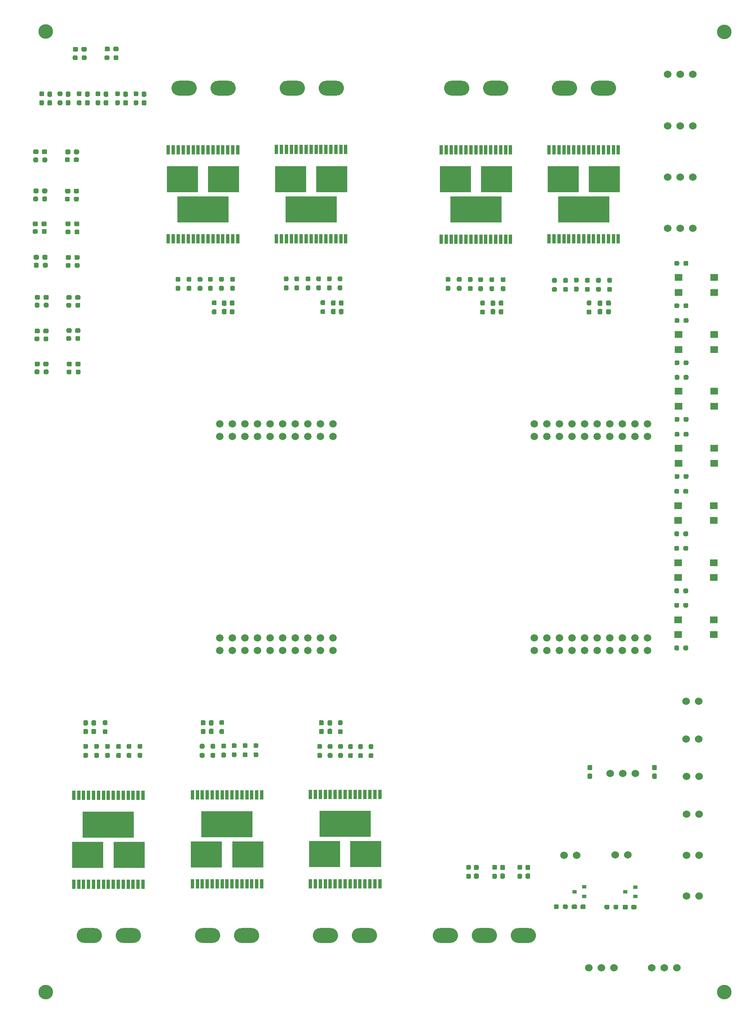
<source format=gbr>
%TF.GenerationSoftware,KiCad,Pcbnew,(5.1.12-1-g0a0a2da680)-1*%
%TF.CreationDate,2022-03-15T02:17:52-05:00*%
%TF.ProjectId,ArmBoard_Hardware,41726d42-6f61-4726-945f-486172647761,2*%
%TF.SameCoordinates,Original*%
%TF.FileFunction,Soldermask,Top*%
%TF.FilePolarity,Negative*%
%FSLAX46Y46*%
G04 Gerber Fmt 4.6, Leading zero omitted, Abs format (unit mm)*
G04 Created by KiCad (PCBNEW (5.1.12-1-g0a0a2da680)-1) date 2022-03-15 02:17:52*
%MOMM*%
%LPD*%
G01*
G04 APERTURE LIST*
%ADD10C,1.524000*%
%ADD11C,1.520000*%
%ADD12O,5.100000X3.000000*%
%ADD13C,2.946400*%
%ADD14R,0.635000X1.854200*%
%ADD15R,6.223000X5.257800*%
%ADD16R,10.312400X5.257800*%
%ADD17R,1.600000X1.400000*%
%ADD18R,0.900000X0.800000*%
G04 APERTURE END LIST*
D10*
%TO.C,OKI1*%
X221805500Y-187960000D03*
X224345500Y-187960000D03*
X226885500Y-187960000D03*
%TD*%
D11*
%TO.C,U1*%
X165862000Y-117411500D03*
X143002000Y-163131500D03*
X145542000Y-163131500D03*
X153162000Y-163131500D03*
X155702000Y-119951500D03*
X150622000Y-163131500D03*
X148082000Y-163131500D03*
X150622000Y-117411500D03*
X145542000Y-119951500D03*
X155702000Y-163131500D03*
X158242000Y-163131500D03*
X145542000Y-117411500D03*
X150622000Y-119951500D03*
X153162000Y-119951500D03*
X165862000Y-119951500D03*
X163322000Y-119951500D03*
X160782000Y-119951500D03*
X158242000Y-119951500D03*
X148082000Y-119951500D03*
X143002000Y-119951500D03*
X163322000Y-117411500D03*
X160782000Y-117411500D03*
X158242000Y-117411500D03*
X155702000Y-117411500D03*
X153162000Y-117411500D03*
X148082000Y-117411500D03*
X143002000Y-117411500D03*
X165862000Y-160591500D03*
X163322000Y-160591500D03*
X160782000Y-160591500D03*
X158242000Y-160591500D03*
X155702000Y-160591500D03*
X153162000Y-160591500D03*
X150622000Y-160591500D03*
X148082000Y-160591500D03*
X145542000Y-160591500D03*
X143002000Y-160591500D03*
X165862000Y-163131500D03*
X163322000Y-163131500D03*
X160782000Y-163131500D03*
X229362000Y-119951500D03*
X226822000Y-119951500D03*
X224282000Y-119951500D03*
X221742000Y-119951500D03*
X219202000Y-119951500D03*
X216662000Y-119951500D03*
X214122000Y-119951500D03*
X211582000Y-119951500D03*
X209042000Y-119951500D03*
X206502000Y-119951500D03*
X229362000Y-117411500D03*
X226822000Y-117411500D03*
X224282000Y-117411500D03*
X221742000Y-117411500D03*
X219202000Y-117411500D03*
X216662000Y-117411500D03*
X214122000Y-117411500D03*
X211582000Y-117411500D03*
X209042000Y-117411500D03*
X206502000Y-117411500D03*
X229362000Y-160591500D03*
X226822000Y-160591500D03*
X224282000Y-160591500D03*
X221742000Y-160591500D03*
X219202000Y-160591500D03*
X216662000Y-160591500D03*
X214122000Y-160591500D03*
X211582000Y-160591500D03*
X209042000Y-160591500D03*
X206502000Y-160591500D03*
X229362000Y-163131500D03*
X226822000Y-163131500D03*
X224282000Y-163131500D03*
X221742000Y-163131500D03*
X219202000Y-163131500D03*
X216662000Y-163131500D03*
X214122000Y-163131500D03*
X211582000Y-163131500D03*
X209042000Y-163131500D03*
X206502000Y-163131500D03*
%TD*%
D12*
%TO.C,PowerConn1*%
X204304200Y-220639500D03*
X188556200Y-220639500D03*
X196430200Y-220639500D03*
%TD*%
%TO.C,Conn7*%
X220417300Y-49663400D03*
X212543300Y-49663400D03*
%TD*%
%TO.C,Conn6*%
X198713000Y-49663400D03*
X190839000Y-49663400D03*
%TD*%
%TO.C,Conn5*%
X165540600Y-49663400D03*
X157666600Y-49663400D03*
%TD*%
%TO.C,Conn4*%
X143645800Y-49663400D03*
X135771800Y-49663400D03*
%TD*%
%TO.C,Conn3*%
X116653400Y-220639500D03*
X124527400Y-220639500D03*
%TD*%
%TO.C,Conn2*%
X140491300Y-220639500D03*
X148365300Y-220639500D03*
%TD*%
%TO.C,Conn1*%
X164316500Y-220618000D03*
X172190500Y-220618000D03*
%TD*%
D13*
%TO.C,V2*%
X107878880Y-232036120D03*
%TD*%
%TO.C,V4*%
X244800120Y-232100120D03*
%TD*%
%TO.C,V3*%
X107878880Y-38282880D03*
%TD*%
%TO.C,V1*%
X244800120Y-38346380D03*
%TD*%
%TO.C,1k42*%
G36*
G01*
X214722500Y-87919100D02*
X215197500Y-87919100D01*
G75*
G02*
X215435000Y-88156600I0J-237500D01*
G01*
X215435000Y-88656600D01*
G75*
G02*
X215197500Y-88894100I-237500J0D01*
G01*
X214722500Y-88894100D01*
G75*
G02*
X214485000Y-88656600I0J237500D01*
G01*
X214485000Y-88156600D01*
G75*
G02*
X214722500Y-87919100I237500J0D01*
G01*
G37*
G36*
G01*
X214722500Y-89744100D02*
X215197500Y-89744100D01*
G75*
G02*
X215435000Y-89981600I0J-237500D01*
G01*
X215435000Y-90481600D01*
G75*
G02*
X215197500Y-90719100I-237500J0D01*
G01*
X214722500Y-90719100D01*
G75*
G02*
X214485000Y-90481600I0J237500D01*
G01*
X214485000Y-89981600D01*
G75*
G02*
X214722500Y-89744100I237500J0D01*
G01*
G37*
%TD*%
%TO.C,1k30*%
G36*
G01*
X167034200Y-87664400D02*
X167509200Y-87664400D01*
G75*
G02*
X167746700Y-87901900I0J-237500D01*
G01*
X167746700Y-88401900D01*
G75*
G02*
X167509200Y-88639400I-237500J0D01*
G01*
X167034200Y-88639400D01*
G75*
G02*
X166796700Y-88401900I0J237500D01*
G01*
X166796700Y-87901900D01*
G75*
G02*
X167034200Y-87664400I237500J0D01*
G01*
G37*
G36*
G01*
X167034200Y-89489400D02*
X167509200Y-89489400D01*
G75*
G02*
X167746700Y-89726900I0J-237500D01*
G01*
X167746700Y-90226900D01*
G75*
G02*
X167509200Y-90464400I-237500J0D01*
G01*
X167034200Y-90464400D01*
G75*
G02*
X166796700Y-90226900I0J237500D01*
G01*
X166796700Y-89726900D01*
G75*
G02*
X167034200Y-89489400I237500J0D01*
G01*
G37*
%TD*%
%TO.C,1k37*%
G36*
G01*
X146122500Y-184648000D02*
X145647500Y-184648000D01*
G75*
G02*
X145410000Y-184410500I0J237500D01*
G01*
X145410000Y-183910500D01*
G75*
G02*
X145647500Y-183673000I237500J0D01*
G01*
X146122500Y-183673000D01*
G75*
G02*
X146360000Y-183910500I0J-237500D01*
G01*
X146360000Y-184410500D01*
G75*
G02*
X146122500Y-184648000I-237500J0D01*
G01*
G37*
G36*
G01*
X146122500Y-182823000D02*
X145647500Y-182823000D01*
G75*
G02*
X145410000Y-182585500I0J237500D01*
G01*
X145410000Y-182085500D01*
G75*
G02*
X145647500Y-181848000I237500J0D01*
G01*
X146122500Y-181848000D01*
G75*
G02*
X146360000Y-182085500I0J-237500D01*
G01*
X146360000Y-182585500D01*
G75*
G02*
X146122500Y-182823000I-237500J0D01*
G01*
G37*
%TD*%
D14*
%TO.C,MC3*%
X127497999Y-192308700D03*
X126498001Y-192308700D03*
X125498000Y-192308700D03*
X124498000Y-192308700D03*
X123497999Y-192308700D03*
X122498001Y-192308700D03*
X121498001Y-192308700D03*
X120498000Y-192308700D03*
X119497999Y-192308700D03*
X118497999Y-192308700D03*
X117498001Y-192308700D03*
X116498000Y-192308700D03*
X115498000Y-192308700D03*
X114497999Y-192308700D03*
X113497999Y-192308700D03*
X113498001Y-210317300D03*
X114497999Y-210317300D03*
X115498000Y-210317300D03*
X116498000Y-210317300D03*
X117498001Y-210317300D03*
X118497999Y-210317300D03*
X119497999Y-210317300D03*
X120498000Y-210317300D03*
X121498001Y-210317300D03*
X122498001Y-210317300D03*
X123497999Y-210317300D03*
X124498000Y-210317300D03*
X125498000Y-210317300D03*
X126498001Y-210317300D03*
X127498001Y-210317300D03*
D15*
X124663600Y-204361000D03*
D16*
X120498000Y-198265000D03*
D15*
X116332400Y-204361000D03*
%TD*%
%TO.C,1k41*%
G36*
G01*
X193323500Y-87794000D02*
X193798500Y-87794000D01*
G75*
G02*
X194036000Y-88031500I0J-237500D01*
G01*
X194036000Y-88531500D01*
G75*
G02*
X193798500Y-88769000I-237500J0D01*
G01*
X193323500Y-88769000D01*
G75*
G02*
X193086000Y-88531500I0J237500D01*
G01*
X193086000Y-88031500D01*
G75*
G02*
X193323500Y-87794000I237500J0D01*
G01*
G37*
G36*
G01*
X193323500Y-89619000D02*
X193798500Y-89619000D01*
G75*
G02*
X194036000Y-89856500I0J-237500D01*
G01*
X194036000Y-90356500D01*
G75*
G02*
X193798500Y-90594000I-237500J0D01*
G01*
X193323500Y-90594000D01*
G75*
G02*
X193086000Y-90356500I0J237500D01*
G01*
X193086000Y-89856500D01*
G75*
G02*
X193323500Y-89619000I237500J0D01*
G01*
G37*
%TD*%
%TO.C,1k40*%
G36*
G01*
X160570200Y-87667000D02*
X161045200Y-87667000D01*
G75*
G02*
X161282700Y-87904500I0J-237500D01*
G01*
X161282700Y-88404500D01*
G75*
G02*
X161045200Y-88642000I-237500J0D01*
G01*
X160570200Y-88642000D01*
G75*
G02*
X160332700Y-88404500I0J237500D01*
G01*
X160332700Y-87904500D01*
G75*
G02*
X160570200Y-87667000I237500J0D01*
G01*
G37*
G36*
G01*
X160570200Y-89492000D02*
X161045200Y-89492000D01*
G75*
G02*
X161282700Y-89729500I0J-237500D01*
G01*
X161282700Y-90229500D01*
G75*
G02*
X161045200Y-90467000I-237500J0D01*
G01*
X160570200Y-90467000D01*
G75*
G02*
X160332700Y-90229500I0J237500D01*
G01*
X160332700Y-89729500D01*
G75*
G02*
X160570200Y-89492000I237500J0D01*
G01*
G37*
%TD*%
%TO.C,1k39*%
G36*
G01*
X138763800Y-87781300D02*
X139238800Y-87781300D01*
G75*
G02*
X139476300Y-88018800I0J-237500D01*
G01*
X139476300Y-88518800D01*
G75*
G02*
X139238800Y-88756300I-237500J0D01*
G01*
X138763800Y-88756300D01*
G75*
G02*
X138526300Y-88518800I0J237500D01*
G01*
X138526300Y-88018800D01*
G75*
G02*
X138763800Y-87781300I237500J0D01*
G01*
G37*
G36*
G01*
X138763800Y-89606300D02*
X139238800Y-89606300D01*
G75*
G02*
X139476300Y-89843800I0J-237500D01*
G01*
X139476300Y-90343800D01*
G75*
G02*
X139238800Y-90581300I-237500J0D01*
G01*
X138763800Y-90581300D01*
G75*
G02*
X138526300Y-90343800I0J237500D01*
G01*
X138526300Y-89843800D01*
G75*
G02*
X138763800Y-89606300I237500J0D01*
G01*
G37*
%TD*%
%TO.C,1k38*%
G36*
G01*
X169617500Y-184828000D02*
X169142500Y-184828000D01*
G75*
G02*
X168905000Y-184590500I0J237500D01*
G01*
X168905000Y-184090500D01*
G75*
G02*
X169142500Y-183853000I237500J0D01*
G01*
X169617500Y-183853000D01*
G75*
G02*
X169855000Y-184090500I0J-237500D01*
G01*
X169855000Y-184590500D01*
G75*
G02*
X169617500Y-184828000I-237500J0D01*
G01*
G37*
G36*
G01*
X169617500Y-183003000D02*
X169142500Y-183003000D01*
G75*
G02*
X168905000Y-182765500I0J237500D01*
G01*
X168905000Y-182265500D01*
G75*
G02*
X169142500Y-182028000I237500J0D01*
G01*
X169617500Y-182028000D01*
G75*
G02*
X169855000Y-182265500I0J-237500D01*
G01*
X169855000Y-182765500D01*
G75*
G02*
X169617500Y-183003000I-237500J0D01*
G01*
G37*
%TD*%
%TO.C,1k36*%
G36*
G01*
X122792500Y-182987000D02*
X122317500Y-182987000D01*
G75*
G02*
X122080000Y-182749500I0J237500D01*
G01*
X122080000Y-182249500D01*
G75*
G02*
X122317500Y-182012000I237500J0D01*
G01*
X122792500Y-182012000D01*
G75*
G02*
X123030000Y-182249500I0J-237500D01*
G01*
X123030000Y-182749500D01*
G75*
G02*
X122792500Y-182987000I-237500J0D01*
G01*
G37*
G36*
G01*
X122792500Y-184812000D02*
X122317500Y-184812000D01*
G75*
G02*
X122080000Y-184574500I0J237500D01*
G01*
X122080000Y-184074500D01*
G75*
G02*
X122317500Y-183837000I237500J0D01*
G01*
X122792500Y-183837000D01*
G75*
G02*
X123030000Y-184074500I0J-237500D01*
G01*
X123030000Y-184574500D01*
G75*
G02*
X122792500Y-184812000I-237500J0D01*
G01*
G37*
%TD*%
%TO.C,D12*%
G36*
G01*
X105331000Y-62759900D02*
X105331000Y-62284900D01*
G75*
G02*
X105568500Y-62047400I237500J0D01*
G01*
X106143500Y-62047400D01*
G75*
G02*
X106381000Y-62284900I0J-237500D01*
G01*
X106381000Y-62759900D01*
G75*
G02*
X106143500Y-62997400I-237500J0D01*
G01*
X105568500Y-62997400D01*
G75*
G02*
X105331000Y-62759900I0J237500D01*
G01*
G37*
G36*
G01*
X107081000Y-62759900D02*
X107081000Y-62284900D01*
G75*
G02*
X107318500Y-62047400I237500J0D01*
G01*
X107893500Y-62047400D01*
G75*
G02*
X108131000Y-62284900I0J-237500D01*
G01*
X108131000Y-62759900D01*
G75*
G02*
X107893500Y-62997400I-237500J0D01*
G01*
X107318500Y-62997400D01*
G75*
G02*
X107081000Y-62759900I0J237500D01*
G01*
G37*
%TD*%
%TO.C,MC5*%
X165586300Y-68028600D03*
D16*
X161420700Y-74124600D03*
D15*
X157255100Y-68028600D03*
D14*
X154420699Y-62072300D03*
X155420699Y-62072300D03*
X156420700Y-62072300D03*
X157420700Y-62072300D03*
X158420701Y-62072300D03*
X159420699Y-62072300D03*
X160420699Y-62072300D03*
X161420700Y-62072300D03*
X162420701Y-62072300D03*
X163420701Y-62072300D03*
X164420699Y-62072300D03*
X165420700Y-62072300D03*
X166420700Y-62072300D03*
X167420701Y-62072300D03*
X168420699Y-62072300D03*
X168420701Y-80080900D03*
X167420701Y-80080900D03*
X166420700Y-80080900D03*
X165420700Y-80080900D03*
X164420699Y-80080900D03*
X163420701Y-80080900D03*
X162420701Y-80080900D03*
X161420700Y-80080900D03*
X160420699Y-80080900D03*
X159420699Y-80080900D03*
X158420701Y-80080900D03*
X157420700Y-80080900D03*
X156420700Y-80080900D03*
X155420699Y-80080900D03*
X154420701Y-80080900D03*
%TD*%
%TO.C,MC1*%
X175291999Y-192180700D03*
X174292001Y-192180700D03*
X173292000Y-192180700D03*
X172292000Y-192180700D03*
X171291999Y-192180700D03*
X170292001Y-192180700D03*
X169292001Y-192180700D03*
X168292000Y-192180700D03*
X167291999Y-192180700D03*
X166291999Y-192180700D03*
X165292001Y-192180700D03*
X164292000Y-192180700D03*
X163292000Y-192180700D03*
X162291999Y-192180700D03*
X161291999Y-192180700D03*
X161292001Y-210189300D03*
X162291999Y-210189300D03*
X163292000Y-210189300D03*
X164292000Y-210189300D03*
X165292001Y-210189300D03*
X166291999Y-210189300D03*
X167291999Y-210189300D03*
X168292000Y-210189300D03*
X169292001Y-210189300D03*
X170292001Y-210189300D03*
X171291999Y-210189300D03*
X172292000Y-210189300D03*
X173292000Y-210189300D03*
X174292001Y-210189300D03*
X175292001Y-210189300D03*
D15*
X172457600Y-204233000D03*
D16*
X168292000Y-198137000D03*
D15*
X164126400Y-204233000D03*
%TD*%
D10*
%TO.C,Conn20*%
X237185000Y-188570000D03*
X239725000Y-188570000D03*
%TD*%
%TO.C,Conn16*%
X237185000Y-196190000D03*
X239725000Y-196190000D03*
%TD*%
%TO.C,Conn12*%
X237185000Y-204445000D03*
X239725000Y-204445000D03*
%TD*%
%TO.C,D24*%
G36*
G01*
X123732500Y-52127900D02*
X124207500Y-52127900D01*
G75*
G02*
X124445000Y-52365400I0J-237500D01*
G01*
X124445000Y-52940400D01*
G75*
G02*
X124207500Y-53177900I-237500J0D01*
G01*
X123732500Y-53177900D01*
G75*
G02*
X123495000Y-52940400I0J237500D01*
G01*
X123495000Y-52365400D01*
G75*
G02*
X123732500Y-52127900I237500J0D01*
G01*
G37*
G36*
G01*
X123732500Y-50377900D02*
X124207500Y-50377900D01*
G75*
G02*
X124445000Y-50615400I0J-237500D01*
G01*
X124445000Y-51190400D01*
G75*
G02*
X124207500Y-51427900I-237500J0D01*
G01*
X123732500Y-51427900D01*
G75*
G02*
X123495000Y-51190400I0J237500D01*
G01*
X123495000Y-50615400D01*
G75*
G02*
X123732500Y-50377900I237500J0D01*
G01*
G37*
%TD*%
%TO.C,Conn21*%
X239662000Y-173410000D03*
X237122000Y-173410000D03*
%TD*%
%TO.C,D34*%
G36*
G01*
X127460500Y-52127900D02*
X127935500Y-52127900D01*
G75*
G02*
X128173000Y-52365400I0J-237500D01*
G01*
X128173000Y-52940400D01*
G75*
G02*
X127935500Y-53177900I-237500J0D01*
G01*
X127460500Y-53177900D01*
G75*
G02*
X127223000Y-52940400I0J237500D01*
G01*
X127223000Y-52365400D01*
G75*
G02*
X127460500Y-52127900I237500J0D01*
G01*
G37*
G36*
G01*
X127460500Y-50377900D02*
X127935500Y-50377900D01*
G75*
G02*
X128173000Y-50615400I0J-237500D01*
G01*
X128173000Y-51190400D01*
G75*
G02*
X127935500Y-51427900I-237500J0D01*
G01*
X127460500Y-51427900D01*
G75*
G02*
X127223000Y-51190400I0J237500D01*
G01*
X127223000Y-50615400D01*
G75*
G02*
X127460500Y-50377900I237500J0D01*
G01*
G37*
%TD*%
%TO.C,Conn8*%
X239662000Y-181013000D03*
X237122000Y-181013000D03*
%TD*%
%TO.C,R26*%
G36*
G01*
X122096500Y-52157900D02*
X122571500Y-52157900D01*
G75*
G02*
X122809000Y-52395400I0J-237500D01*
G01*
X122809000Y-52895400D01*
G75*
G02*
X122571500Y-53132900I-237500J0D01*
G01*
X122096500Y-53132900D01*
G75*
G02*
X121859000Y-52895400I0J237500D01*
G01*
X121859000Y-52395400D01*
G75*
G02*
X122096500Y-52157900I237500J0D01*
G01*
G37*
G36*
G01*
X122096500Y-50332900D02*
X122571500Y-50332900D01*
G75*
G02*
X122809000Y-50570400I0J-237500D01*
G01*
X122809000Y-51070400D01*
G75*
G02*
X122571500Y-51307900I-237500J0D01*
G01*
X122096500Y-51307900D01*
G75*
G02*
X121859000Y-51070400I0J237500D01*
G01*
X121859000Y-50570400D01*
G75*
G02*
X122096500Y-50332900I237500J0D01*
G01*
G37*
%TD*%
%TO.C,R27*%
G36*
G01*
X125822500Y-52157900D02*
X126297500Y-52157900D01*
G75*
G02*
X126535000Y-52395400I0J-237500D01*
G01*
X126535000Y-52895400D01*
G75*
G02*
X126297500Y-53132900I-237500J0D01*
G01*
X125822500Y-53132900D01*
G75*
G02*
X125585000Y-52895400I0J237500D01*
G01*
X125585000Y-52395400D01*
G75*
G02*
X125822500Y-52157900I237500J0D01*
G01*
G37*
G36*
G01*
X125822500Y-50332900D02*
X126297500Y-50332900D01*
G75*
G02*
X126535000Y-50570400I0J-237500D01*
G01*
X126535000Y-51070400D01*
G75*
G02*
X126297500Y-51307900I-237500J0D01*
G01*
X125822500Y-51307900D01*
G75*
G02*
X125585000Y-51070400I0J237500D01*
G01*
X125585000Y-50570400D01*
G75*
G02*
X125822500Y-50332900I237500J0D01*
G01*
G37*
%TD*%
%TO.C,C1*%
G36*
G01*
X230983800Y-187304800D02*
X230508800Y-187304800D01*
G75*
G02*
X230271300Y-187067300I0J237500D01*
G01*
X230271300Y-186467300D01*
G75*
G02*
X230508800Y-186229800I237500J0D01*
G01*
X230983800Y-186229800D01*
G75*
G02*
X231221300Y-186467300I0J-237500D01*
G01*
X231221300Y-187067300D01*
G75*
G02*
X230983800Y-187304800I-237500J0D01*
G01*
G37*
G36*
G01*
X230983800Y-189029800D02*
X230508800Y-189029800D01*
G75*
G02*
X230271300Y-188792300I0J237500D01*
G01*
X230271300Y-188192300D01*
G75*
G02*
X230508800Y-187954800I237500J0D01*
G01*
X230983800Y-187954800D01*
G75*
G02*
X231221300Y-188192300I0J-237500D01*
G01*
X231221300Y-188792300D01*
G75*
G02*
X230983800Y-189029800I-237500J0D01*
G01*
G37*
%TD*%
D15*
%TO.C,MC4*%
X143772600Y-68054000D03*
D16*
X139607000Y-74150000D03*
D15*
X135441400Y-68054000D03*
D14*
X132606999Y-62097700D03*
X133606999Y-62097700D03*
X134607000Y-62097700D03*
X135607000Y-62097700D03*
X136607001Y-62097700D03*
X137606999Y-62097700D03*
X138606999Y-62097700D03*
X139607000Y-62097700D03*
X140607001Y-62097700D03*
X141607001Y-62097700D03*
X142606999Y-62097700D03*
X143607000Y-62097700D03*
X144607000Y-62097700D03*
X145607001Y-62097700D03*
X146606999Y-62097700D03*
X146607001Y-80106300D03*
X145607001Y-80106300D03*
X144607000Y-80106300D03*
X143607000Y-80106300D03*
X142606999Y-80106300D03*
X141607001Y-80106300D03*
X140607001Y-80106300D03*
X139607000Y-80106300D03*
X138606999Y-80106300D03*
X137606999Y-80106300D03*
X136607001Y-80106300D03*
X135607000Y-80106300D03*
X134607000Y-80106300D03*
X133606999Y-80106300D03*
X132607001Y-80106300D03*
%TD*%
%TO.C,D30*%
G36*
G01*
X111770000Y-70684400D02*
X111770000Y-70209400D01*
G75*
G02*
X112007500Y-69971900I237500J0D01*
G01*
X112582500Y-69971900D01*
G75*
G02*
X112820000Y-70209400I0J-237500D01*
G01*
X112820000Y-70684400D01*
G75*
G02*
X112582500Y-70921900I-237500J0D01*
G01*
X112007500Y-70921900D01*
G75*
G02*
X111770000Y-70684400I0J237500D01*
G01*
G37*
G36*
G01*
X113520000Y-70684400D02*
X113520000Y-70209400D01*
G75*
G02*
X113757500Y-69971900I237500J0D01*
G01*
X114332500Y-69971900D01*
G75*
G02*
X114570000Y-70209400I0J-237500D01*
G01*
X114570000Y-70684400D01*
G75*
G02*
X114332500Y-70921900I-237500J0D01*
G01*
X113757500Y-70921900D01*
G75*
G02*
X113520000Y-70684400I0J237500D01*
G01*
G37*
%TD*%
%TO.C,D25*%
G36*
G01*
X105407000Y-84045100D02*
X105407000Y-83570100D01*
G75*
G02*
X105644500Y-83332600I237500J0D01*
G01*
X106219500Y-83332600D01*
G75*
G02*
X106457000Y-83570100I0J-237500D01*
G01*
X106457000Y-84045100D01*
G75*
G02*
X106219500Y-84282600I-237500J0D01*
G01*
X105644500Y-84282600D01*
G75*
G02*
X105407000Y-84045100I0J237500D01*
G01*
G37*
G36*
G01*
X107157000Y-84045100D02*
X107157000Y-83570100D01*
G75*
G02*
X107394500Y-83332600I237500J0D01*
G01*
X107969500Y-83332600D01*
G75*
G02*
X108207000Y-83570100I0J-237500D01*
G01*
X108207000Y-84045100D01*
G75*
G02*
X107969500Y-84282600I-237500J0D01*
G01*
X107394500Y-84282600D01*
G75*
G02*
X107157000Y-84045100I0J237500D01*
G01*
G37*
%TD*%
%TO.C,D27*%
G36*
G01*
X111832000Y-77289200D02*
X111832000Y-76814200D01*
G75*
G02*
X112069500Y-76576700I237500J0D01*
G01*
X112644500Y-76576700D01*
G75*
G02*
X112882000Y-76814200I0J-237500D01*
G01*
X112882000Y-77289200D01*
G75*
G02*
X112644500Y-77526700I-237500J0D01*
G01*
X112069500Y-77526700D01*
G75*
G02*
X111832000Y-77289200I0J237500D01*
G01*
G37*
G36*
G01*
X113582000Y-77289200D02*
X113582000Y-76814200D01*
G75*
G02*
X113819500Y-76576700I237500J0D01*
G01*
X114394500Y-76576700D01*
G75*
G02*
X114632000Y-76814200I0J-237500D01*
G01*
X114632000Y-77289200D01*
G75*
G02*
X114394500Y-77526700I-237500J0D01*
G01*
X113819500Y-77526700D01*
G75*
G02*
X113582000Y-77289200I0J237500D01*
G01*
G37*
%TD*%
%TO.C,D31*%
G36*
G01*
X105369000Y-70659000D02*
X105369000Y-70184000D01*
G75*
G02*
X105606500Y-69946500I237500J0D01*
G01*
X106181500Y-69946500D01*
G75*
G02*
X106419000Y-70184000I0J-237500D01*
G01*
X106419000Y-70659000D01*
G75*
G02*
X106181500Y-70896500I-237500J0D01*
G01*
X105606500Y-70896500D01*
G75*
G02*
X105369000Y-70659000I0J237500D01*
G01*
G37*
G36*
G01*
X107119000Y-70659000D02*
X107119000Y-70184000D01*
G75*
G02*
X107356500Y-69946500I237500J0D01*
G01*
X107931500Y-69946500D01*
G75*
G02*
X108169000Y-70184000I0J-237500D01*
G01*
X108169000Y-70659000D01*
G75*
G02*
X107931500Y-70896500I-237500J0D01*
G01*
X107356500Y-70896500D01*
G75*
G02*
X107119000Y-70659000I0J237500D01*
G01*
G37*
%TD*%
%TO.C,D28*%
G36*
G01*
X105229000Y-77313600D02*
X105229000Y-76838600D01*
G75*
G02*
X105466500Y-76601100I237500J0D01*
G01*
X106041500Y-76601100D01*
G75*
G02*
X106279000Y-76838600I0J-237500D01*
G01*
X106279000Y-77313600D01*
G75*
G02*
X106041500Y-77551100I-237500J0D01*
G01*
X105466500Y-77551100D01*
G75*
G02*
X105229000Y-77313600I0J237500D01*
G01*
G37*
G36*
G01*
X106979000Y-77313600D02*
X106979000Y-76838600D01*
G75*
G02*
X107216500Y-76601100I237500J0D01*
G01*
X107791500Y-76601100D01*
G75*
G02*
X108029000Y-76838600I0J-237500D01*
G01*
X108029000Y-77313600D01*
G75*
G02*
X107791500Y-77551100I-237500J0D01*
G01*
X107216500Y-77551100D01*
G75*
G02*
X106979000Y-77313600I0J237500D01*
G01*
G37*
%TD*%
%TO.C,D11*%
G36*
G01*
X111784000Y-62784800D02*
X111784000Y-62309800D01*
G75*
G02*
X112021500Y-62072300I237500J0D01*
G01*
X112596500Y-62072300D01*
G75*
G02*
X112834000Y-62309800I0J-237500D01*
G01*
X112834000Y-62784800D01*
G75*
G02*
X112596500Y-63022300I-237500J0D01*
G01*
X112021500Y-63022300D01*
G75*
G02*
X111784000Y-62784800I0J237500D01*
G01*
G37*
G36*
G01*
X113534000Y-62784800D02*
X113534000Y-62309800D01*
G75*
G02*
X113771500Y-62072300I237500J0D01*
G01*
X114346500Y-62072300D01*
G75*
G02*
X114584000Y-62309800I0J-237500D01*
G01*
X114584000Y-62784800D01*
G75*
G02*
X114346500Y-63022300I-237500J0D01*
G01*
X113771500Y-63022300D01*
G75*
G02*
X113534000Y-62784800I0J237500D01*
G01*
G37*
%TD*%
%TO.C,D3*%
G36*
G01*
X105650000Y-92122200D02*
X105650000Y-91647200D01*
G75*
G02*
X105887500Y-91409700I237500J0D01*
G01*
X106462500Y-91409700D01*
G75*
G02*
X106700000Y-91647200I0J-237500D01*
G01*
X106700000Y-92122200D01*
G75*
G02*
X106462500Y-92359700I-237500J0D01*
G01*
X105887500Y-92359700D01*
G75*
G02*
X105650000Y-92122200I0J237500D01*
G01*
G37*
G36*
G01*
X107400000Y-92122200D02*
X107400000Y-91647200D01*
G75*
G02*
X107637500Y-91409700I237500J0D01*
G01*
X108212500Y-91409700D01*
G75*
G02*
X108450000Y-91647200I0J-237500D01*
G01*
X108450000Y-92122200D01*
G75*
G02*
X108212500Y-92359700I-237500J0D01*
G01*
X107637500Y-92359700D01*
G75*
G02*
X107400000Y-92122200I0J237500D01*
G01*
G37*
%TD*%
%TO.C,D8*%
G36*
G01*
X112087000Y-105584500D02*
X112087000Y-105109500D01*
G75*
G02*
X112324500Y-104872000I237500J0D01*
G01*
X112899500Y-104872000D01*
G75*
G02*
X113137000Y-105109500I0J-237500D01*
G01*
X113137000Y-105584500D01*
G75*
G02*
X112899500Y-105822000I-237500J0D01*
G01*
X112324500Y-105822000D01*
G75*
G02*
X112087000Y-105584500I0J237500D01*
G01*
G37*
G36*
G01*
X113837000Y-105584500D02*
X113837000Y-105109500D01*
G75*
G02*
X114074500Y-104872000I237500J0D01*
G01*
X114649500Y-104872000D01*
G75*
G02*
X114887000Y-105109500I0J-237500D01*
G01*
X114887000Y-105584500D01*
G75*
G02*
X114649500Y-105822000I-237500J0D01*
G01*
X114074500Y-105822000D01*
G75*
G02*
X113837000Y-105584500I0J237500D01*
G01*
G37*
%TD*%
%TO.C,D9*%
G36*
G01*
X105610000Y-105571500D02*
X105610000Y-105096500D01*
G75*
G02*
X105847500Y-104859000I237500J0D01*
G01*
X106422500Y-104859000D01*
G75*
G02*
X106660000Y-105096500I0J-237500D01*
G01*
X106660000Y-105571500D01*
G75*
G02*
X106422500Y-105809000I-237500J0D01*
G01*
X105847500Y-105809000D01*
G75*
G02*
X105610000Y-105571500I0J237500D01*
G01*
G37*
G36*
G01*
X107360000Y-105571500D02*
X107360000Y-105096500D01*
G75*
G02*
X107597500Y-104859000I237500J0D01*
G01*
X108172500Y-104859000D01*
G75*
G02*
X108410000Y-105096500I0J-237500D01*
G01*
X108410000Y-105571500D01*
G75*
G02*
X108172500Y-105809000I-237500J0D01*
G01*
X107597500Y-105809000D01*
G75*
G02*
X107360000Y-105571500I0J237500D01*
G01*
G37*
%TD*%
%TO.C,D6*%
G36*
G01*
X105610000Y-98916200D02*
X105610000Y-98441200D01*
G75*
G02*
X105847500Y-98203700I237500J0D01*
G01*
X106422500Y-98203700D01*
G75*
G02*
X106660000Y-98441200I0J-237500D01*
G01*
X106660000Y-98916200D01*
G75*
G02*
X106422500Y-99153700I-237500J0D01*
G01*
X105847500Y-99153700D01*
G75*
G02*
X105610000Y-98916200I0J237500D01*
G01*
G37*
G36*
G01*
X107360000Y-98916200D02*
X107360000Y-98441200D01*
G75*
G02*
X107597500Y-98203700I237500J0D01*
G01*
X108172500Y-98203700D01*
G75*
G02*
X108410000Y-98441200I0J-237500D01*
G01*
X108410000Y-98916200D01*
G75*
G02*
X108172500Y-99153700I-237500J0D01*
G01*
X107597500Y-99153700D01*
G75*
G02*
X107360000Y-98916200I0J237500D01*
G01*
G37*
%TD*%
%TO.C,D14*%
G36*
G01*
X111897000Y-84070000D02*
X111897000Y-83595000D01*
G75*
G02*
X112134500Y-83357500I237500J0D01*
G01*
X112709500Y-83357500D01*
G75*
G02*
X112947000Y-83595000I0J-237500D01*
G01*
X112947000Y-84070000D01*
G75*
G02*
X112709500Y-84307500I-237500J0D01*
G01*
X112134500Y-84307500D01*
G75*
G02*
X111897000Y-84070000I0J237500D01*
G01*
G37*
G36*
G01*
X113647000Y-84070000D02*
X113647000Y-83595000D01*
G75*
G02*
X113884500Y-83357500I237500J0D01*
G01*
X114459500Y-83357500D01*
G75*
G02*
X114697000Y-83595000I0J-237500D01*
G01*
X114697000Y-84070000D01*
G75*
G02*
X114459500Y-84307500I-237500J0D01*
G01*
X113884500Y-84307500D01*
G75*
G02*
X113647000Y-84070000I0J237500D01*
G01*
G37*
%TD*%
%TO.C,R7*%
G36*
G01*
X111721000Y-64372800D02*
X111721000Y-63897800D01*
G75*
G02*
X111958500Y-63660300I237500J0D01*
G01*
X112458500Y-63660300D01*
G75*
G02*
X112696000Y-63897800I0J-237500D01*
G01*
X112696000Y-64372800D01*
G75*
G02*
X112458500Y-64610300I-237500J0D01*
G01*
X111958500Y-64610300D01*
G75*
G02*
X111721000Y-64372800I0J237500D01*
G01*
G37*
G36*
G01*
X113546000Y-64372800D02*
X113546000Y-63897800D01*
G75*
G02*
X113783500Y-63660300I237500J0D01*
G01*
X114283500Y-63660300D01*
G75*
G02*
X114521000Y-63897800I0J-237500D01*
G01*
X114521000Y-64372800D01*
G75*
G02*
X114283500Y-64610300I-237500J0D01*
G01*
X113783500Y-64610300D01*
G75*
G02*
X113546000Y-64372800I0J237500D01*
G01*
G37*
%TD*%
%TO.C,R11*%
G36*
G01*
X111846000Y-78939200D02*
X111846000Y-78464200D01*
G75*
G02*
X112083500Y-78226700I237500J0D01*
G01*
X112583500Y-78226700D01*
G75*
G02*
X112821000Y-78464200I0J-237500D01*
G01*
X112821000Y-78939200D01*
G75*
G02*
X112583500Y-79176700I-237500J0D01*
G01*
X112083500Y-79176700D01*
G75*
G02*
X111846000Y-78939200I0J237500D01*
G01*
G37*
G36*
G01*
X113671000Y-78939200D02*
X113671000Y-78464200D01*
G75*
G02*
X113908500Y-78226700I237500J0D01*
G01*
X114408500Y-78226700D01*
G75*
G02*
X114646000Y-78464200I0J-237500D01*
G01*
X114646000Y-78939200D01*
G75*
G02*
X114408500Y-79176700I-237500J0D01*
G01*
X113908500Y-79176700D01*
G75*
G02*
X113671000Y-78939200I0J237500D01*
G01*
G37*
%TD*%
%TO.C,R13*%
G36*
G01*
X113552000Y-72296300D02*
X113552000Y-71821300D01*
G75*
G02*
X113789500Y-71583800I237500J0D01*
G01*
X114289500Y-71583800D01*
G75*
G02*
X114527000Y-71821300I0J-237500D01*
G01*
X114527000Y-72296300D01*
G75*
G02*
X114289500Y-72533800I-237500J0D01*
G01*
X113789500Y-72533800D01*
G75*
G02*
X113552000Y-72296300I0J237500D01*
G01*
G37*
G36*
G01*
X111727000Y-72296300D02*
X111727000Y-71821300D01*
G75*
G02*
X111964500Y-71583800I237500J0D01*
G01*
X112464500Y-71583800D01*
G75*
G02*
X112702000Y-71821300I0J-237500D01*
G01*
X112702000Y-72296300D01*
G75*
G02*
X112464500Y-72533800I-237500J0D01*
G01*
X111964500Y-72533800D01*
G75*
G02*
X111727000Y-72296300I0J237500D01*
G01*
G37*
%TD*%
%TO.C,R8*%
G36*
G01*
X105345000Y-64410900D02*
X105345000Y-63935900D01*
G75*
G02*
X105582500Y-63698400I237500J0D01*
G01*
X106082500Y-63698400D01*
G75*
G02*
X106320000Y-63935900I0J-237500D01*
G01*
X106320000Y-64410900D01*
G75*
G02*
X106082500Y-64648400I-237500J0D01*
G01*
X105582500Y-64648400D01*
G75*
G02*
X105345000Y-64410900I0J237500D01*
G01*
G37*
G36*
G01*
X107170000Y-64410900D02*
X107170000Y-63935900D01*
G75*
G02*
X107407500Y-63698400I237500J0D01*
G01*
X107907500Y-63698400D01*
G75*
G02*
X108145000Y-63935900I0J-237500D01*
G01*
X108145000Y-64410900D01*
G75*
G02*
X107907500Y-64648400I-237500J0D01*
G01*
X107407500Y-64648400D01*
G75*
G02*
X107170000Y-64410900I0J237500D01*
G01*
G37*
%TD*%
%TO.C,R14*%
G36*
G01*
X105318000Y-72271900D02*
X105318000Y-71796900D01*
G75*
G02*
X105555500Y-71559400I237500J0D01*
G01*
X106055500Y-71559400D01*
G75*
G02*
X106293000Y-71796900I0J-237500D01*
G01*
X106293000Y-72271900D01*
G75*
G02*
X106055500Y-72509400I-237500J0D01*
G01*
X105555500Y-72509400D01*
G75*
G02*
X105318000Y-72271900I0J237500D01*
G01*
G37*
G36*
G01*
X107143000Y-72271900D02*
X107143000Y-71796900D01*
G75*
G02*
X107380500Y-71559400I237500J0D01*
G01*
X107880500Y-71559400D01*
G75*
G02*
X108118000Y-71796900I0J-237500D01*
G01*
X108118000Y-72271900D01*
G75*
G02*
X107880500Y-72509400I-237500J0D01*
G01*
X107380500Y-72509400D01*
G75*
G02*
X107143000Y-72271900I0J237500D01*
G01*
G37*
%TD*%
%TO.C,R3*%
G36*
G01*
X112000000Y-100429500D02*
X112000000Y-99954500D01*
G75*
G02*
X112237500Y-99717000I237500J0D01*
G01*
X112737500Y-99717000D01*
G75*
G02*
X112975000Y-99954500I0J-237500D01*
G01*
X112975000Y-100429500D01*
G75*
G02*
X112737500Y-100667000I-237500J0D01*
G01*
X112237500Y-100667000D01*
G75*
G02*
X112000000Y-100429500I0J237500D01*
G01*
G37*
G36*
G01*
X113825000Y-100429500D02*
X113825000Y-99954500D01*
G75*
G02*
X114062500Y-99717000I237500J0D01*
G01*
X114562500Y-99717000D01*
G75*
G02*
X114800000Y-99954500I0J-237500D01*
G01*
X114800000Y-100429500D01*
G75*
G02*
X114562500Y-100667000I-237500J0D01*
G01*
X114062500Y-100667000D01*
G75*
G02*
X113825000Y-100429500I0J237500D01*
G01*
G37*
%TD*%
%TO.C,D5*%
G36*
G01*
X112036000Y-98827800D02*
X112036000Y-98352800D01*
G75*
G02*
X112273500Y-98115300I237500J0D01*
G01*
X112848500Y-98115300D01*
G75*
G02*
X113086000Y-98352800I0J-237500D01*
G01*
X113086000Y-98827800D01*
G75*
G02*
X112848500Y-99065300I-237500J0D01*
G01*
X112273500Y-99065300D01*
G75*
G02*
X112036000Y-98827800I0J237500D01*
G01*
G37*
G36*
G01*
X113786000Y-98827800D02*
X113786000Y-98352800D01*
G75*
G02*
X114023500Y-98115300I237500J0D01*
G01*
X114598500Y-98115300D01*
G75*
G02*
X114836000Y-98352800I0J-237500D01*
G01*
X114836000Y-98827800D01*
G75*
G02*
X114598500Y-99065300I-237500J0D01*
G01*
X114023500Y-99065300D01*
G75*
G02*
X113786000Y-98827800I0J237500D01*
G01*
G37*
%TD*%
%TO.C,D2*%
G36*
G01*
X112036000Y-92147600D02*
X112036000Y-91672600D01*
G75*
G02*
X112273500Y-91435100I237500J0D01*
G01*
X112848500Y-91435100D01*
G75*
G02*
X113086000Y-91672600I0J-237500D01*
G01*
X113086000Y-92147600D01*
G75*
G02*
X112848500Y-92385100I-237500J0D01*
G01*
X112273500Y-92385100D01*
G75*
G02*
X112036000Y-92147600I0J237500D01*
G01*
G37*
G36*
G01*
X113786000Y-92147600D02*
X113786000Y-91672600D01*
G75*
G02*
X114023500Y-91435100I237500J0D01*
G01*
X114598500Y-91435100D01*
G75*
G02*
X114836000Y-91672600I0J-237500D01*
G01*
X114836000Y-92147600D01*
G75*
G02*
X114598500Y-92385100I-237500J0D01*
G01*
X114023500Y-92385100D01*
G75*
G02*
X113786000Y-92147600I0J237500D01*
G01*
G37*
%TD*%
%TO.C,R2*%
G36*
G01*
X105620000Y-93703200D02*
X105620000Y-93228200D01*
G75*
G02*
X105857500Y-92990700I237500J0D01*
G01*
X106357500Y-92990700D01*
G75*
G02*
X106595000Y-93228200I0J-237500D01*
G01*
X106595000Y-93703200D01*
G75*
G02*
X106357500Y-93940700I-237500J0D01*
G01*
X105857500Y-93940700D01*
G75*
G02*
X105620000Y-93703200I0J237500D01*
G01*
G37*
G36*
G01*
X107445000Y-93703200D02*
X107445000Y-93228200D01*
G75*
G02*
X107682500Y-92990700I237500J0D01*
G01*
X108182500Y-92990700D01*
G75*
G02*
X108420000Y-93228200I0J-237500D01*
G01*
X108420000Y-93703200D01*
G75*
G02*
X108182500Y-93940700I-237500J0D01*
G01*
X107682500Y-93940700D01*
G75*
G02*
X107445000Y-93703200I0J237500D01*
G01*
G37*
%TD*%
%TO.C,R9*%
G36*
G01*
X111879000Y-85681000D02*
X111879000Y-85206000D01*
G75*
G02*
X112116500Y-84968500I237500J0D01*
G01*
X112616500Y-84968500D01*
G75*
G02*
X112854000Y-85206000I0J-237500D01*
G01*
X112854000Y-85681000D01*
G75*
G02*
X112616500Y-85918500I-237500J0D01*
G01*
X112116500Y-85918500D01*
G75*
G02*
X111879000Y-85681000I0J237500D01*
G01*
G37*
G36*
G01*
X113704000Y-85681000D02*
X113704000Y-85206000D01*
G75*
G02*
X113941500Y-84968500I237500J0D01*
G01*
X114441500Y-84968500D01*
G75*
G02*
X114679000Y-85206000I0J-237500D01*
G01*
X114679000Y-85681000D01*
G75*
G02*
X114441500Y-85918500I-237500J0D01*
G01*
X113941500Y-85918500D01*
G75*
G02*
X113704000Y-85681000I0J237500D01*
G01*
G37*
%TD*%
%TO.C,R4*%
G36*
G01*
X105587000Y-100505500D02*
X105587000Y-100030500D01*
G75*
G02*
X105824500Y-99793000I237500J0D01*
G01*
X106324500Y-99793000D01*
G75*
G02*
X106562000Y-100030500I0J-237500D01*
G01*
X106562000Y-100505500D01*
G75*
G02*
X106324500Y-100743000I-237500J0D01*
G01*
X105824500Y-100743000D01*
G75*
G02*
X105587000Y-100505500I0J237500D01*
G01*
G37*
G36*
G01*
X107412000Y-100505500D02*
X107412000Y-100030500D01*
G75*
G02*
X107649500Y-99793000I237500J0D01*
G01*
X108149500Y-99793000D01*
G75*
G02*
X108387000Y-100030500I0J-237500D01*
G01*
X108387000Y-100505500D01*
G75*
G02*
X108149500Y-100743000I-237500J0D01*
G01*
X107649500Y-100743000D01*
G75*
G02*
X107412000Y-100505500I0J237500D01*
G01*
G37*
%TD*%
%TO.C,R1*%
G36*
G01*
X112020000Y-93719600D02*
X112020000Y-93244600D01*
G75*
G02*
X112257500Y-93007100I237500J0D01*
G01*
X112757500Y-93007100D01*
G75*
G02*
X112995000Y-93244600I0J-237500D01*
G01*
X112995000Y-93719600D01*
G75*
G02*
X112757500Y-93957100I-237500J0D01*
G01*
X112257500Y-93957100D01*
G75*
G02*
X112020000Y-93719600I0J237500D01*
G01*
G37*
G36*
G01*
X113845000Y-93719600D02*
X113845000Y-93244600D01*
G75*
G02*
X114082500Y-93007100I237500J0D01*
G01*
X114582500Y-93007100D01*
G75*
G02*
X114820000Y-93244600I0J-237500D01*
G01*
X114820000Y-93719600D01*
G75*
G02*
X114582500Y-93957100I-237500J0D01*
G01*
X114082500Y-93957100D01*
G75*
G02*
X113845000Y-93719600I0J237500D01*
G01*
G37*
%TD*%
%TO.C,R6*%
G36*
G01*
X105601000Y-107156500D02*
X105601000Y-106681500D01*
G75*
G02*
X105838500Y-106444000I237500J0D01*
G01*
X106338500Y-106444000D01*
G75*
G02*
X106576000Y-106681500I0J-237500D01*
G01*
X106576000Y-107156500D01*
G75*
G02*
X106338500Y-107394000I-237500J0D01*
G01*
X105838500Y-107394000D01*
G75*
G02*
X105601000Y-107156500I0J237500D01*
G01*
G37*
G36*
G01*
X107426000Y-107156500D02*
X107426000Y-106681500D01*
G75*
G02*
X107663500Y-106444000I237500J0D01*
G01*
X108163500Y-106444000D01*
G75*
G02*
X108401000Y-106681500I0J-237500D01*
G01*
X108401000Y-107156500D01*
G75*
G02*
X108163500Y-107394000I-237500J0D01*
G01*
X107663500Y-107394000D01*
G75*
G02*
X107426000Y-107156500I0J237500D01*
G01*
G37*
%TD*%
%TO.C,R10*%
G36*
G01*
X105453000Y-85655100D02*
X105453000Y-85180100D01*
G75*
G02*
X105690500Y-84942600I237500J0D01*
G01*
X106190500Y-84942600D01*
G75*
G02*
X106428000Y-85180100I0J-237500D01*
G01*
X106428000Y-85655100D01*
G75*
G02*
X106190500Y-85892600I-237500J0D01*
G01*
X105690500Y-85892600D01*
G75*
G02*
X105453000Y-85655100I0J237500D01*
G01*
G37*
G36*
G01*
X107278000Y-85655100D02*
X107278000Y-85180100D01*
G75*
G02*
X107515500Y-84942600I237500J0D01*
G01*
X108015500Y-84942600D01*
G75*
G02*
X108253000Y-85180100I0J-237500D01*
G01*
X108253000Y-85655100D01*
G75*
G02*
X108015500Y-85892600I-237500J0D01*
G01*
X107515500Y-85892600D01*
G75*
G02*
X107278000Y-85655100I0J237500D01*
G01*
G37*
%TD*%
%TO.C,R5*%
G36*
G01*
X112078000Y-107169500D02*
X112078000Y-106694500D01*
G75*
G02*
X112315500Y-106457000I237500J0D01*
G01*
X112815500Y-106457000D01*
G75*
G02*
X113053000Y-106694500I0J-237500D01*
G01*
X113053000Y-107169500D01*
G75*
G02*
X112815500Y-107407000I-237500J0D01*
G01*
X112315500Y-107407000D01*
G75*
G02*
X112078000Y-107169500I0J237500D01*
G01*
G37*
G36*
G01*
X113903000Y-107169500D02*
X113903000Y-106694500D01*
G75*
G02*
X114140500Y-106457000I237500J0D01*
G01*
X114640500Y-106457000D01*
G75*
G02*
X114878000Y-106694500I0J-237500D01*
G01*
X114878000Y-107169500D01*
G75*
G02*
X114640500Y-107407000I-237500J0D01*
G01*
X114140500Y-107407000D01*
G75*
G02*
X113903000Y-107169500I0J237500D01*
G01*
G37*
%TD*%
%TO.C,R12*%
G36*
G01*
X105229000Y-78837600D02*
X105229000Y-78362600D01*
G75*
G02*
X105466500Y-78125100I237500J0D01*
G01*
X105966500Y-78125100D01*
G75*
G02*
X106204000Y-78362600I0J-237500D01*
G01*
X106204000Y-78837600D01*
G75*
G02*
X105966500Y-79075100I-237500J0D01*
G01*
X105466500Y-79075100D01*
G75*
G02*
X105229000Y-78837600I0J237500D01*
G01*
G37*
G36*
G01*
X107054000Y-78837600D02*
X107054000Y-78362600D01*
G75*
G02*
X107291500Y-78125100I237500J0D01*
G01*
X107791500Y-78125100D01*
G75*
G02*
X108029000Y-78362600I0J-237500D01*
G01*
X108029000Y-78837600D01*
G75*
G02*
X107791500Y-79075100I-237500J0D01*
G01*
X107291500Y-79075100D01*
G75*
G02*
X107054000Y-78837600I0J237500D01*
G01*
G37*
%TD*%
D17*
%TO.C,SW7*%
X235566700Y-90907100D03*
X242766700Y-90907100D03*
X235566700Y-87907100D03*
X242766700Y-87907100D03*
%TD*%
%TO.C,SW6*%
X235604800Y-102426200D03*
X242804800Y-102426200D03*
X235604800Y-99426200D03*
X242804800Y-99426200D03*
%TD*%
%TO.C,SW5*%
X235604800Y-113856600D03*
X242804800Y-113856600D03*
X235604800Y-110856600D03*
X242804800Y-110856600D03*
%TD*%
%TO.C,SW4*%
X235604800Y-125362600D03*
X242804800Y-125362600D03*
X235604800Y-122362600D03*
X242804800Y-122362600D03*
%TD*%
%TO.C,SW3*%
X235554000Y-136920000D03*
X242754000Y-136920000D03*
X235554000Y-133920000D03*
X242754000Y-133920000D03*
%TD*%
%TO.C,SW2*%
X235554000Y-148426000D03*
X242754000Y-148426000D03*
X235554000Y-145426000D03*
X242754000Y-145426000D03*
%TD*%
%TO.C,SW1*%
X235554000Y-159932000D03*
X242754000Y-159932000D03*
X235554000Y-156932000D03*
X242754000Y-156932000D03*
%TD*%
D15*
%TO.C,MC6*%
X198856100Y-68092100D03*
D16*
X194690500Y-74188100D03*
D15*
X190524900Y-68092100D03*
D14*
X187690499Y-62135800D03*
X188690499Y-62135800D03*
X189690500Y-62135800D03*
X190690500Y-62135800D03*
X191690501Y-62135800D03*
X192690499Y-62135800D03*
X193690499Y-62135800D03*
X194690500Y-62135800D03*
X195690501Y-62135800D03*
X196690501Y-62135800D03*
X197690499Y-62135800D03*
X198690500Y-62135800D03*
X199690500Y-62135800D03*
X200690501Y-62135800D03*
X201690499Y-62135800D03*
X201690501Y-80144400D03*
X200690501Y-80144400D03*
X199690500Y-80144400D03*
X198690500Y-80144400D03*
X197690499Y-80144400D03*
X196690501Y-80144400D03*
X195690501Y-80144400D03*
X194690500Y-80144400D03*
X193690499Y-80144400D03*
X192690499Y-80144400D03*
X191690501Y-80144400D03*
X190690500Y-80144400D03*
X189690500Y-80144400D03*
X188690499Y-80144400D03*
X187690501Y-80144400D03*
%TD*%
D15*
%TO.C,MC7*%
X220618600Y-68068000D03*
D16*
X216453000Y-74164000D03*
D15*
X212287400Y-68068000D03*
D14*
X209452999Y-62111700D03*
X210452999Y-62111700D03*
X211453000Y-62111700D03*
X212453000Y-62111700D03*
X213453001Y-62111700D03*
X214452999Y-62111700D03*
X215452999Y-62111700D03*
X216453000Y-62111700D03*
X217453001Y-62111700D03*
X218453001Y-62111700D03*
X219452999Y-62111700D03*
X220453000Y-62111700D03*
X221453000Y-62111700D03*
X222453001Y-62111700D03*
X223452999Y-62111700D03*
X223453001Y-80120300D03*
X222453001Y-80120300D03*
X221453000Y-80120300D03*
X220453000Y-80120300D03*
X219452999Y-80120300D03*
X218453001Y-80120300D03*
X217453001Y-80120300D03*
X216453000Y-80120300D03*
X215452999Y-80120300D03*
X214452999Y-80120300D03*
X213453001Y-80120300D03*
X212453000Y-80120300D03*
X211453000Y-80120300D03*
X210452999Y-80120300D03*
X209453001Y-80120300D03*
%TD*%
%TO.C,MC2*%
X151458999Y-192244700D03*
X150459001Y-192244700D03*
X149459000Y-192244700D03*
X148459000Y-192244700D03*
X147458999Y-192244700D03*
X146459001Y-192244700D03*
X145459001Y-192244700D03*
X144459000Y-192244700D03*
X143458999Y-192244700D03*
X142458999Y-192244700D03*
X141459001Y-192244700D03*
X140459000Y-192244700D03*
X139459000Y-192244700D03*
X138458999Y-192244700D03*
X137458999Y-192244700D03*
X137459001Y-210253300D03*
X138458999Y-210253300D03*
X139459000Y-210253300D03*
X140459000Y-210253300D03*
X141459001Y-210253300D03*
X142458999Y-210253300D03*
X143458999Y-210253300D03*
X144459000Y-210253300D03*
X145459001Y-210253300D03*
X146459001Y-210253300D03*
X147458999Y-210253300D03*
X148459000Y-210253300D03*
X149459000Y-210253300D03*
X150459001Y-210253300D03*
X151459001Y-210253300D03*
D15*
X148624600Y-204297000D03*
D16*
X144459000Y-198201000D03*
D15*
X140293400Y-204297000D03*
%TD*%
D10*
%TO.C,Conn19*%
X222796000Y-204381000D03*
X225336000Y-204381000D03*
%TD*%
%TO.C,Conn18*%
X233413000Y-46926500D03*
X235953000Y-46926500D03*
X238493000Y-46926500D03*
%TD*%
%TO.C,Conn17*%
X233413000Y-57281200D03*
X235953000Y-57281200D03*
X238493000Y-57281200D03*
%TD*%
%TO.C,Conn14*%
X233413000Y-67636000D03*
X235953000Y-67636000D03*
X238493000Y-67636000D03*
%TD*%
%TO.C,Conn13*%
X233413000Y-77991000D03*
X235953000Y-77991000D03*
X238493000Y-77991000D03*
%TD*%
%TO.C,Conn11*%
X237185000Y-212700000D03*
X239725000Y-212700000D03*
%TD*%
%TO.C,Conn10*%
X230175000Y-227140000D03*
X232715000Y-227140000D03*
X235255000Y-227140000D03*
%TD*%
%TO.C,Conn9*%
X217475000Y-227140000D03*
X220015000Y-227140000D03*
X222555000Y-227140000D03*
%TD*%
%TO.C,D29*%
G36*
G01*
X199546500Y-92528700D02*
X200021500Y-92528700D01*
G75*
G02*
X200259000Y-92766200I0J-237500D01*
G01*
X200259000Y-93341200D01*
G75*
G02*
X200021500Y-93578700I-237500J0D01*
G01*
X199546500Y-93578700D01*
G75*
G02*
X199309000Y-93341200I0J237500D01*
G01*
X199309000Y-92766200D01*
G75*
G02*
X199546500Y-92528700I237500J0D01*
G01*
G37*
G36*
G01*
X199546500Y-94278700D02*
X200021500Y-94278700D01*
G75*
G02*
X200259000Y-94516200I0J-237500D01*
G01*
X200259000Y-95091200D01*
G75*
G02*
X200021500Y-95328700I-237500J0D01*
G01*
X199546500Y-95328700D01*
G75*
G02*
X199309000Y-95091200I0J237500D01*
G01*
X199309000Y-94516200D01*
G75*
G02*
X199546500Y-94278700I237500J0D01*
G01*
G37*
%TD*%
%TO.C,D26*%
G36*
G01*
X167262200Y-94241400D02*
X167737200Y-94241400D01*
G75*
G02*
X167974700Y-94478900I0J-237500D01*
G01*
X167974700Y-95053900D01*
G75*
G02*
X167737200Y-95291400I-237500J0D01*
G01*
X167262200Y-95291400D01*
G75*
G02*
X167024700Y-95053900I0J237500D01*
G01*
X167024700Y-94478900D01*
G75*
G02*
X167262200Y-94241400I237500J0D01*
G01*
G37*
G36*
G01*
X167262200Y-92491400D02*
X167737200Y-92491400D01*
G75*
G02*
X167974700Y-92728900I0J-237500D01*
G01*
X167974700Y-93303900D01*
G75*
G02*
X167737200Y-93541400I-237500J0D01*
G01*
X167262200Y-93541400D01*
G75*
G02*
X167024700Y-93303900I0J237500D01*
G01*
X167024700Y-92728900D01*
G75*
G02*
X167262200Y-92491400I237500J0D01*
G01*
G37*
%TD*%
%TO.C,D13*%
G36*
G01*
X145240800Y-92517000D02*
X145715800Y-92517000D01*
G75*
G02*
X145953300Y-92754500I0J-237500D01*
G01*
X145953300Y-93329500D01*
G75*
G02*
X145715800Y-93567000I-237500J0D01*
G01*
X145240800Y-93567000D01*
G75*
G02*
X145003300Y-93329500I0J237500D01*
G01*
X145003300Y-92754500D01*
G75*
G02*
X145240800Y-92517000I237500J0D01*
G01*
G37*
G36*
G01*
X145240800Y-94267000D02*
X145715800Y-94267000D01*
G75*
G02*
X145953300Y-94504500I0J-237500D01*
G01*
X145953300Y-95079500D01*
G75*
G02*
X145715800Y-95317000I-237500J0D01*
G01*
X145240800Y-95317000D01*
G75*
G02*
X145003300Y-95079500I0J237500D01*
G01*
X145003300Y-94504500D01*
G75*
G02*
X145240800Y-94267000I237500J0D01*
G01*
G37*
%TD*%
%TO.C,D10*%
G36*
G01*
X221224500Y-92529300D02*
X221699500Y-92529300D01*
G75*
G02*
X221937000Y-92766800I0J-237500D01*
G01*
X221937000Y-93341800D01*
G75*
G02*
X221699500Y-93579300I-237500J0D01*
G01*
X221224500Y-93579300D01*
G75*
G02*
X220987000Y-93341800I0J237500D01*
G01*
X220987000Y-92766800D01*
G75*
G02*
X221224500Y-92529300I237500J0D01*
G01*
G37*
G36*
G01*
X221224500Y-94279300D02*
X221699500Y-94279300D01*
G75*
G02*
X221937000Y-94516800I0J-237500D01*
G01*
X221937000Y-95091800D01*
G75*
G02*
X221699500Y-95329300I-237500J0D01*
G01*
X221224500Y-95329300D01*
G75*
G02*
X220987000Y-95091800I0J237500D01*
G01*
X220987000Y-94516800D01*
G75*
G02*
X221224500Y-94279300I237500J0D01*
G01*
G37*
%TD*%
%TO.C,D7*%
G36*
G01*
X163737500Y-178250000D02*
X163262500Y-178250000D01*
G75*
G02*
X163025000Y-178012500I0J237500D01*
G01*
X163025000Y-177437500D01*
G75*
G02*
X163262500Y-177200000I237500J0D01*
G01*
X163737500Y-177200000D01*
G75*
G02*
X163975000Y-177437500I0J-237500D01*
G01*
X163975000Y-178012500D01*
G75*
G02*
X163737500Y-178250000I-237500J0D01*
G01*
G37*
G36*
G01*
X163737500Y-180000000D02*
X163262500Y-180000000D01*
G75*
G02*
X163025000Y-179762500I0J237500D01*
G01*
X163025000Y-179187500D01*
G75*
G02*
X163262500Y-178950000I237500J0D01*
G01*
X163737500Y-178950000D01*
G75*
G02*
X163975000Y-179187500I0J-237500D01*
G01*
X163975000Y-179762500D01*
G75*
G02*
X163737500Y-180000000I-237500J0D01*
G01*
G37*
%TD*%
%TO.C,D4*%
G36*
G01*
X139860800Y-178250200D02*
X139385800Y-178250200D01*
G75*
G02*
X139148300Y-178012700I0J237500D01*
G01*
X139148300Y-177437700D01*
G75*
G02*
X139385800Y-177200200I237500J0D01*
G01*
X139860800Y-177200200D01*
G75*
G02*
X140098300Y-177437700I0J-237500D01*
G01*
X140098300Y-178012700D01*
G75*
G02*
X139860800Y-178250200I-237500J0D01*
G01*
G37*
G36*
G01*
X139860800Y-180000200D02*
X139385800Y-180000200D01*
G75*
G02*
X139148300Y-179762700I0J237500D01*
G01*
X139148300Y-179187700D01*
G75*
G02*
X139385800Y-178950200I237500J0D01*
G01*
X139860800Y-178950200D01*
G75*
G02*
X140098300Y-179187700I0J-237500D01*
G01*
X140098300Y-179762700D01*
G75*
G02*
X139860800Y-180000200I-237500J0D01*
G01*
G37*
%TD*%
%TO.C,D1*%
G36*
G01*
X116137700Y-178263200D02*
X115662700Y-178263200D01*
G75*
G02*
X115425200Y-178025700I0J237500D01*
G01*
X115425200Y-177450700D01*
G75*
G02*
X115662700Y-177213200I237500J0D01*
G01*
X116137700Y-177213200D01*
G75*
G02*
X116375200Y-177450700I0J-237500D01*
G01*
X116375200Y-178025700D01*
G75*
G02*
X116137700Y-178263200I-237500J0D01*
G01*
G37*
G36*
G01*
X116137700Y-180013200D02*
X115662700Y-180013200D01*
G75*
G02*
X115425200Y-179775700I0J237500D01*
G01*
X115425200Y-179200700D01*
G75*
G02*
X115662700Y-178963200I237500J0D01*
G01*
X116137700Y-178963200D01*
G75*
G02*
X116375200Y-179200700I0J-237500D01*
G01*
X116375200Y-179775700D01*
G75*
G02*
X116137700Y-180013200I-237500J0D01*
G01*
G37*
%TD*%
%TO.C,C11*%
G36*
G01*
X197895500Y-92528700D02*
X198370500Y-92528700D01*
G75*
G02*
X198608000Y-92766200I0J-237500D01*
G01*
X198608000Y-93366200D01*
G75*
G02*
X198370500Y-93603700I-237500J0D01*
G01*
X197895500Y-93603700D01*
G75*
G02*
X197658000Y-93366200I0J237500D01*
G01*
X197658000Y-92766200D01*
G75*
G02*
X197895500Y-92528700I237500J0D01*
G01*
G37*
G36*
G01*
X197895500Y-94253700D02*
X198370500Y-94253700D01*
G75*
G02*
X198608000Y-94491200I0J-237500D01*
G01*
X198608000Y-95091200D01*
G75*
G02*
X198370500Y-95328700I-237500J0D01*
G01*
X197895500Y-95328700D01*
G75*
G02*
X197658000Y-95091200I0J237500D01*
G01*
X197658000Y-94491200D01*
G75*
G02*
X197895500Y-94253700I237500J0D01*
G01*
G37*
%TD*%
%TO.C,C10*%
G36*
G01*
X165676200Y-94216400D02*
X166151200Y-94216400D01*
G75*
G02*
X166388700Y-94453900I0J-237500D01*
G01*
X166388700Y-95053900D01*
G75*
G02*
X166151200Y-95291400I-237500J0D01*
G01*
X165676200Y-95291400D01*
G75*
G02*
X165438700Y-95053900I0J237500D01*
G01*
X165438700Y-94453900D01*
G75*
G02*
X165676200Y-94216400I237500J0D01*
G01*
G37*
G36*
G01*
X165676200Y-92491400D02*
X166151200Y-92491400D01*
G75*
G02*
X166388700Y-92728900I0J-237500D01*
G01*
X166388700Y-93328900D01*
G75*
G02*
X166151200Y-93566400I-237500J0D01*
G01*
X165676200Y-93566400D01*
G75*
G02*
X165438700Y-93328900I0J237500D01*
G01*
X165438700Y-92728900D01*
G75*
G02*
X165676200Y-92491400I237500J0D01*
G01*
G37*
%TD*%
%TO.C,C9*%
G36*
G01*
X143653800Y-92517000D02*
X144128800Y-92517000D01*
G75*
G02*
X144366300Y-92754500I0J-237500D01*
G01*
X144366300Y-93354500D01*
G75*
G02*
X144128800Y-93592000I-237500J0D01*
G01*
X143653800Y-93592000D01*
G75*
G02*
X143416300Y-93354500I0J237500D01*
G01*
X143416300Y-92754500D01*
G75*
G02*
X143653800Y-92517000I237500J0D01*
G01*
G37*
G36*
G01*
X143653800Y-94242000D02*
X144128800Y-94242000D01*
G75*
G02*
X144366300Y-94479500I0J-237500D01*
G01*
X144366300Y-95079500D01*
G75*
G02*
X144128800Y-95317000I-237500J0D01*
G01*
X143653800Y-95317000D01*
G75*
G02*
X143416300Y-95079500I0J237500D01*
G01*
X143416300Y-94479500D01*
G75*
G02*
X143653800Y-94242000I237500J0D01*
G01*
G37*
%TD*%
%TO.C,C8*%
G36*
G01*
X219510500Y-92529300D02*
X219985500Y-92529300D01*
G75*
G02*
X220223000Y-92766800I0J-237500D01*
G01*
X220223000Y-93366800D01*
G75*
G02*
X219985500Y-93604300I-237500J0D01*
G01*
X219510500Y-93604300D01*
G75*
G02*
X219273000Y-93366800I0J237500D01*
G01*
X219273000Y-92766800D01*
G75*
G02*
X219510500Y-92529300I237500J0D01*
G01*
G37*
G36*
G01*
X219510500Y-94254300D02*
X219985500Y-94254300D01*
G75*
G02*
X220223000Y-94491800I0J-237500D01*
G01*
X220223000Y-95091800D01*
G75*
G02*
X219985500Y-95329300I-237500J0D01*
G01*
X219510500Y-95329300D01*
G75*
G02*
X219273000Y-95091800I0J237500D01*
G01*
X219273000Y-94491800D01*
G75*
G02*
X219510500Y-94254300I237500J0D01*
G01*
G37*
%TD*%
%TO.C,C7*%
G36*
G01*
X165451500Y-178275000D02*
X164976500Y-178275000D01*
G75*
G02*
X164739000Y-178037500I0J237500D01*
G01*
X164739000Y-177437500D01*
G75*
G02*
X164976500Y-177200000I237500J0D01*
G01*
X165451500Y-177200000D01*
G75*
G02*
X165689000Y-177437500I0J-237500D01*
G01*
X165689000Y-178037500D01*
G75*
G02*
X165451500Y-178275000I-237500J0D01*
G01*
G37*
G36*
G01*
X165451500Y-180000000D02*
X164976500Y-180000000D01*
G75*
G02*
X164739000Y-179762500I0J237500D01*
G01*
X164739000Y-179162500D01*
G75*
G02*
X164976500Y-178925000I237500J0D01*
G01*
X165451500Y-178925000D01*
G75*
G02*
X165689000Y-179162500I0J-237500D01*
G01*
X165689000Y-179762500D01*
G75*
G02*
X165451500Y-180000000I-237500J0D01*
G01*
G37*
%TD*%
%TO.C,C6*%
G36*
G01*
X141512800Y-178275200D02*
X141037800Y-178275200D01*
G75*
G02*
X140800300Y-178037700I0J237500D01*
G01*
X140800300Y-177437700D01*
G75*
G02*
X141037800Y-177200200I237500J0D01*
G01*
X141512800Y-177200200D01*
G75*
G02*
X141750300Y-177437700I0J-237500D01*
G01*
X141750300Y-178037700D01*
G75*
G02*
X141512800Y-178275200I-237500J0D01*
G01*
G37*
G36*
G01*
X141512800Y-180000200D02*
X141037800Y-180000200D01*
G75*
G02*
X140800300Y-179762700I0J237500D01*
G01*
X140800300Y-179162700D01*
G75*
G02*
X141037800Y-178925200I237500J0D01*
G01*
X141512800Y-178925200D01*
G75*
G02*
X141750300Y-179162700I0J-237500D01*
G01*
X141750300Y-179762700D01*
G75*
G02*
X141512800Y-180000200I-237500J0D01*
G01*
G37*
%TD*%
%TO.C,C5*%
G36*
G01*
X117788700Y-178288200D02*
X117313700Y-178288200D01*
G75*
G02*
X117076200Y-178050700I0J237500D01*
G01*
X117076200Y-177450700D01*
G75*
G02*
X117313700Y-177213200I237500J0D01*
G01*
X117788700Y-177213200D01*
G75*
G02*
X118026200Y-177450700I0J-237500D01*
G01*
X118026200Y-178050700D01*
G75*
G02*
X117788700Y-178288200I-237500J0D01*
G01*
G37*
G36*
G01*
X117788700Y-180013200D02*
X117313700Y-180013200D01*
G75*
G02*
X117076200Y-179775700I0J237500D01*
G01*
X117076200Y-179175700D01*
G75*
G02*
X117313700Y-178938200I237500J0D01*
G01*
X117788700Y-178938200D01*
G75*
G02*
X118026200Y-179175700I0J-237500D01*
G01*
X118026200Y-179775700D01*
G75*
G02*
X117788700Y-180013200I-237500J0D01*
G01*
G37*
%TD*%
%TO.C,1k35*%
G36*
G01*
X199952500Y-89655700D02*
X200427500Y-89655700D01*
G75*
G02*
X200665000Y-89893200I0J-237500D01*
G01*
X200665000Y-90393200D01*
G75*
G02*
X200427500Y-90630700I-237500J0D01*
G01*
X199952500Y-90630700D01*
G75*
G02*
X199715000Y-90393200I0J237500D01*
G01*
X199715000Y-89893200D01*
G75*
G02*
X199952500Y-89655700I237500J0D01*
G01*
G37*
G36*
G01*
X199952500Y-87830700D02*
X200427500Y-87830700D01*
G75*
G02*
X200665000Y-88068200I0J-237500D01*
G01*
X200665000Y-88568200D01*
G75*
G02*
X200427500Y-88805700I-237500J0D01*
G01*
X199952500Y-88805700D01*
G75*
G02*
X199715000Y-88568200I0J237500D01*
G01*
X199715000Y-88068200D01*
G75*
G02*
X199952500Y-87830700I237500J0D01*
G01*
G37*
%TD*%
%TO.C,1k34*%
G36*
G01*
X195412500Y-89655700D02*
X195887500Y-89655700D01*
G75*
G02*
X196125000Y-89893200I0J-237500D01*
G01*
X196125000Y-90393200D01*
G75*
G02*
X195887500Y-90630700I-237500J0D01*
G01*
X195412500Y-90630700D01*
G75*
G02*
X195175000Y-90393200I0J237500D01*
G01*
X195175000Y-89893200D01*
G75*
G02*
X195412500Y-89655700I237500J0D01*
G01*
G37*
G36*
G01*
X195412500Y-87830700D02*
X195887500Y-87830700D01*
G75*
G02*
X196125000Y-88068200I0J-237500D01*
G01*
X196125000Y-88568200D01*
G75*
G02*
X195887500Y-88805700I-237500J0D01*
G01*
X195412500Y-88805700D01*
G75*
G02*
X195175000Y-88568200I0J237500D01*
G01*
X195175000Y-88068200D01*
G75*
G02*
X195412500Y-87830700I237500J0D01*
G01*
G37*
%TD*%
%TO.C,1k33*%
G36*
G01*
X191097500Y-89604900D02*
X191572500Y-89604900D01*
G75*
G02*
X191810000Y-89842400I0J-237500D01*
G01*
X191810000Y-90342400D01*
G75*
G02*
X191572500Y-90579900I-237500J0D01*
G01*
X191097500Y-90579900D01*
G75*
G02*
X190860000Y-90342400I0J237500D01*
G01*
X190860000Y-89842400D01*
G75*
G02*
X191097500Y-89604900I237500J0D01*
G01*
G37*
G36*
G01*
X191097500Y-87779900D02*
X191572500Y-87779900D01*
G75*
G02*
X191810000Y-88017400I0J-237500D01*
G01*
X191810000Y-88517400D01*
G75*
G02*
X191572500Y-88754900I-237500J0D01*
G01*
X191097500Y-88754900D01*
G75*
G02*
X190860000Y-88517400I0J237500D01*
G01*
X190860000Y-88017400D01*
G75*
G02*
X191097500Y-87779900I237500J0D01*
G01*
G37*
%TD*%
%TO.C,1k32*%
G36*
G01*
X188826500Y-89604900D02*
X189301500Y-89604900D01*
G75*
G02*
X189539000Y-89842400I0J-237500D01*
G01*
X189539000Y-90342400D01*
G75*
G02*
X189301500Y-90579900I-237500J0D01*
G01*
X188826500Y-90579900D01*
G75*
G02*
X188589000Y-90342400I0J237500D01*
G01*
X188589000Y-89842400D01*
G75*
G02*
X188826500Y-89604900I237500J0D01*
G01*
G37*
G36*
G01*
X188826500Y-87779900D02*
X189301500Y-87779900D01*
G75*
G02*
X189539000Y-88017400I0J-237500D01*
G01*
X189539000Y-88517400D01*
G75*
G02*
X189301500Y-88754900I-237500J0D01*
G01*
X188826500Y-88754900D01*
G75*
G02*
X188589000Y-88517400I0J237500D01*
G01*
X188589000Y-88017400D01*
G75*
G02*
X188826500Y-87779900I237500J0D01*
G01*
G37*
%TD*%
%TO.C,1k31*%
G36*
G01*
X197682500Y-89655700D02*
X198157500Y-89655700D01*
G75*
G02*
X198395000Y-89893200I0J-237500D01*
G01*
X198395000Y-90393200D01*
G75*
G02*
X198157500Y-90630700I-237500J0D01*
G01*
X197682500Y-90630700D01*
G75*
G02*
X197445000Y-90393200I0J237500D01*
G01*
X197445000Y-89893200D01*
G75*
G02*
X197682500Y-89655700I237500J0D01*
G01*
G37*
G36*
G01*
X197682500Y-87830700D02*
X198157500Y-87830700D01*
G75*
G02*
X198395000Y-88068200I0J-237500D01*
G01*
X198395000Y-88568200D01*
G75*
G02*
X198157500Y-88805700I-237500J0D01*
G01*
X197682500Y-88805700D01*
G75*
G02*
X197445000Y-88568200I0J237500D01*
G01*
X197445000Y-88068200D01*
G75*
G02*
X197682500Y-87830700I237500J0D01*
G01*
G37*
%TD*%
%TO.C,1k29*%
G36*
G01*
X162716200Y-87664400D02*
X163191200Y-87664400D01*
G75*
G02*
X163428700Y-87901900I0J-237500D01*
G01*
X163428700Y-88401900D01*
G75*
G02*
X163191200Y-88639400I-237500J0D01*
G01*
X162716200Y-88639400D01*
G75*
G02*
X162478700Y-88401900I0J237500D01*
G01*
X162478700Y-87901900D01*
G75*
G02*
X162716200Y-87664400I237500J0D01*
G01*
G37*
G36*
G01*
X162716200Y-89489400D02*
X163191200Y-89489400D01*
G75*
G02*
X163428700Y-89726900I0J-237500D01*
G01*
X163428700Y-90226900D01*
G75*
G02*
X163191200Y-90464400I-237500J0D01*
G01*
X162716200Y-90464400D01*
G75*
G02*
X162478700Y-90226900I0J237500D01*
G01*
X162478700Y-89726900D01*
G75*
G02*
X162716200Y-89489400I237500J0D01*
G01*
G37*
%TD*%
%TO.C,1k28*%
G36*
G01*
X158296200Y-87677100D02*
X158771200Y-87677100D01*
G75*
G02*
X159008700Y-87914600I0J-237500D01*
G01*
X159008700Y-88414600D01*
G75*
G02*
X158771200Y-88652100I-237500J0D01*
G01*
X158296200Y-88652100D01*
G75*
G02*
X158058700Y-88414600I0J237500D01*
G01*
X158058700Y-87914600D01*
G75*
G02*
X158296200Y-87677100I237500J0D01*
G01*
G37*
G36*
G01*
X158296200Y-89502100D02*
X158771200Y-89502100D01*
G75*
G02*
X159008700Y-89739600I0J-237500D01*
G01*
X159008700Y-90239600D01*
G75*
G02*
X158771200Y-90477100I-237500J0D01*
G01*
X158296200Y-90477100D01*
G75*
G02*
X158058700Y-90239600I0J237500D01*
G01*
X158058700Y-89739600D01*
G75*
G02*
X158296200Y-89502100I237500J0D01*
G01*
G37*
%TD*%
%TO.C,1k27*%
G36*
G01*
X156137200Y-87677100D02*
X156612200Y-87677100D01*
G75*
G02*
X156849700Y-87914600I0J-237500D01*
G01*
X156849700Y-88414600D01*
G75*
G02*
X156612200Y-88652100I-237500J0D01*
G01*
X156137200Y-88652100D01*
G75*
G02*
X155899700Y-88414600I0J237500D01*
G01*
X155899700Y-87914600D01*
G75*
G02*
X156137200Y-87677100I237500J0D01*
G01*
G37*
G36*
G01*
X156137200Y-89502100D02*
X156612200Y-89502100D01*
G75*
G02*
X156849700Y-89739600I0J-237500D01*
G01*
X156849700Y-90239600D01*
G75*
G02*
X156612200Y-90477100I-237500J0D01*
G01*
X156137200Y-90477100D01*
G75*
G02*
X155899700Y-90239600I0J237500D01*
G01*
X155899700Y-89739600D01*
G75*
G02*
X156137200Y-89502100I237500J0D01*
G01*
G37*
%TD*%
%TO.C,1k26*%
G36*
G01*
X164875200Y-87664400D02*
X165350200Y-87664400D01*
G75*
G02*
X165587700Y-87901900I0J-237500D01*
G01*
X165587700Y-88401900D01*
G75*
G02*
X165350200Y-88639400I-237500J0D01*
G01*
X164875200Y-88639400D01*
G75*
G02*
X164637700Y-88401900I0J237500D01*
G01*
X164637700Y-87901900D01*
G75*
G02*
X164875200Y-87664400I237500J0D01*
G01*
G37*
G36*
G01*
X164875200Y-89489400D02*
X165350200Y-89489400D01*
G75*
G02*
X165587700Y-89726900I0J-237500D01*
G01*
X165587700Y-90226900D01*
G75*
G02*
X165350200Y-90464400I-237500J0D01*
G01*
X164875200Y-90464400D01*
G75*
G02*
X164637700Y-90226900I0J237500D01*
G01*
X164637700Y-89726900D01*
G75*
G02*
X164875200Y-89489400I237500J0D01*
G01*
G37*
%TD*%
%TO.C,1k25*%
G36*
G01*
X145329800Y-89579000D02*
X145804800Y-89579000D01*
G75*
G02*
X146042300Y-89816500I0J-237500D01*
G01*
X146042300Y-90316500D01*
G75*
G02*
X145804800Y-90554000I-237500J0D01*
G01*
X145329800Y-90554000D01*
G75*
G02*
X145092300Y-90316500I0J237500D01*
G01*
X145092300Y-89816500D01*
G75*
G02*
X145329800Y-89579000I237500J0D01*
G01*
G37*
G36*
G01*
X145329800Y-87754000D02*
X145804800Y-87754000D01*
G75*
G02*
X146042300Y-87991500I0J-237500D01*
G01*
X146042300Y-88491500D01*
G75*
G02*
X145804800Y-88729000I-237500J0D01*
G01*
X145329800Y-88729000D01*
G75*
G02*
X145092300Y-88491500I0J237500D01*
G01*
X145092300Y-87991500D01*
G75*
G02*
X145329800Y-87754000I237500J0D01*
G01*
G37*
%TD*%
%TO.C,1k24*%
G36*
G01*
X140852800Y-89579000D02*
X141327800Y-89579000D01*
G75*
G02*
X141565300Y-89816500I0J-237500D01*
G01*
X141565300Y-90316500D01*
G75*
G02*
X141327800Y-90554000I-237500J0D01*
G01*
X140852800Y-90554000D01*
G75*
G02*
X140615300Y-90316500I0J237500D01*
G01*
X140615300Y-89816500D01*
G75*
G02*
X140852800Y-89579000I237500J0D01*
G01*
G37*
G36*
G01*
X140852800Y-87754000D02*
X141327800Y-87754000D01*
G75*
G02*
X141565300Y-87991500I0J-237500D01*
G01*
X141565300Y-88491500D01*
G75*
G02*
X141327800Y-88729000I-237500J0D01*
G01*
X140852800Y-88729000D01*
G75*
G02*
X140615300Y-88491500I0J237500D01*
G01*
X140615300Y-87991500D01*
G75*
G02*
X140852800Y-87754000I237500J0D01*
G01*
G37*
%TD*%
%TO.C,1k23*%
G36*
G01*
X136544800Y-89591700D02*
X137019800Y-89591700D01*
G75*
G02*
X137257300Y-89829200I0J-237500D01*
G01*
X137257300Y-90329200D01*
G75*
G02*
X137019800Y-90566700I-237500J0D01*
G01*
X136544800Y-90566700D01*
G75*
G02*
X136307300Y-90329200I0J237500D01*
G01*
X136307300Y-89829200D01*
G75*
G02*
X136544800Y-89591700I237500J0D01*
G01*
G37*
G36*
G01*
X136544800Y-87766700D02*
X137019800Y-87766700D01*
G75*
G02*
X137257300Y-88004200I0J-237500D01*
G01*
X137257300Y-88504200D01*
G75*
G02*
X137019800Y-88741700I-237500J0D01*
G01*
X136544800Y-88741700D01*
G75*
G02*
X136307300Y-88504200I0J237500D01*
G01*
X136307300Y-88004200D01*
G75*
G02*
X136544800Y-87766700I237500J0D01*
G01*
G37*
%TD*%
%TO.C,1k22*%
G36*
G01*
X134305800Y-89591700D02*
X134780800Y-89591700D01*
G75*
G02*
X135018300Y-89829200I0J-237500D01*
G01*
X135018300Y-90329200D01*
G75*
G02*
X134780800Y-90566700I-237500J0D01*
G01*
X134305800Y-90566700D01*
G75*
G02*
X134068300Y-90329200I0J237500D01*
G01*
X134068300Y-89829200D01*
G75*
G02*
X134305800Y-89591700I237500J0D01*
G01*
G37*
G36*
G01*
X134305800Y-87766700D02*
X134780800Y-87766700D01*
G75*
G02*
X135018300Y-88004200I0J-237500D01*
G01*
X135018300Y-88504200D01*
G75*
G02*
X134780800Y-88741700I-237500J0D01*
G01*
X134305800Y-88741700D01*
G75*
G02*
X134068300Y-88504200I0J237500D01*
G01*
X134068300Y-88004200D01*
G75*
G02*
X134305800Y-87766700I237500J0D01*
G01*
G37*
%TD*%
%TO.C,1k21*%
G36*
G01*
X143091800Y-89579000D02*
X143566800Y-89579000D01*
G75*
G02*
X143804300Y-89816500I0J-237500D01*
G01*
X143804300Y-90316500D01*
G75*
G02*
X143566800Y-90554000I-237500J0D01*
G01*
X143091800Y-90554000D01*
G75*
G02*
X142854300Y-90316500I0J237500D01*
G01*
X142854300Y-89816500D01*
G75*
G02*
X143091800Y-89579000I237500J0D01*
G01*
G37*
G36*
G01*
X143091800Y-87754000D02*
X143566800Y-87754000D01*
G75*
G02*
X143804300Y-87991500I0J-237500D01*
G01*
X143804300Y-88491500D01*
G75*
G02*
X143566800Y-88729000I-237500J0D01*
G01*
X143091800Y-88729000D01*
G75*
G02*
X142854300Y-88491500I0J237500D01*
G01*
X142854300Y-87991500D01*
G75*
G02*
X143091800Y-87754000I237500J0D01*
G01*
G37*
%TD*%
%TO.C,1k20*%
G36*
G01*
X221440500Y-89782300D02*
X221915500Y-89782300D01*
G75*
G02*
X222153000Y-90019800I0J-237500D01*
G01*
X222153000Y-90519800D01*
G75*
G02*
X221915500Y-90757300I-237500J0D01*
G01*
X221440500Y-90757300D01*
G75*
G02*
X221203000Y-90519800I0J237500D01*
G01*
X221203000Y-90019800D01*
G75*
G02*
X221440500Y-89782300I237500J0D01*
G01*
G37*
G36*
G01*
X221440500Y-87957300D02*
X221915500Y-87957300D01*
G75*
G02*
X222153000Y-88194800I0J-237500D01*
G01*
X222153000Y-88694800D01*
G75*
G02*
X221915500Y-88932300I-237500J0D01*
G01*
X221440500Y-88932300D01*
G75*
G02*
X221203000Y-88694800I0J237500D01*
G01*
X221203000Y-88194800D01*
G75*
G02*
X221440500Y-87957300I237500J0D01*
G01*
G37*
%TD*%
%TO.C,1k19*%
G36*
G01*
X216963500Y-89782300D02*
X217438500Y-89782300D01*
G75*
G02*
X217676000Y-90019800I0J-237500D01*
G01*
X217676000Y-90519800D01*
G75*
G02*
X217438500Y-90757300I-237500J0D01*
G01*
X216963500Y-90757300D01*
G75*
G02*
X216726000Y-90519800I0J237500D01*
G01*
X216726000Y-90019800D01*
G75*
G02*
X216963500Y-89782300I237500J0D01*
G01*
G37*
G36*
G01*
X216963500Y-87957300D02*
X217438500Y-87957300D01*
G75*
G02*
X217676000Y-88194800I0J-237500D01*
G01*
X217676000Y-88694800D01*
G75*
G02*
X217438500Y-88932300I-237500J0D01*
G01*
X216963500Y-88932300D01*
G75*
G02*
X216726000Y-88694800I0J237500D01*
G01*
X216726000Y-88194800D01*
G75*
G02*
X216963500Y-87957300I237500J0D01*
G01*
G37*
%TD*%
%TO.C,1k18*%
G36*
G01*
X212553500Y-89807700D02*
X213028500Y-89807700D01*
G75*
G02*
X213266000Y-90045200I0J-237500D01*
G01*
X213266000Y-90545200D01*
G75*
G02*
X213028500Y-90782700I-237500J0D01*
G01*
X212553500Y-90782700D01*
G75*
G02*
X212316000Y-90545200I0J237500D01*
G01*
X212316000Y-90045200D01*
G75*
G02*
X212553500Y-89807700I237500J0D01*
G01*
G37*
G36*
G01*
X212553500Y-87982700D02*
X213028500Y-87982700D01*
G75*
G02*
X213266000Y-88220200I0J-237500D01*
G01*
X213266000Y-88720200D01*
G75*
G02*
X213028500Y-88957700I-237500J0D01*
G01*
X212553500Y-88957700D01*
G75*
G02*
X212316000Y-88720200I0J237500D01*
G01*
X212316000Y-88220200D01*
G75*
G02*
X212553500Y-87982700I237500J0D01*
G01*
G37*
%TD*%
%TO.C,1k17*%
G36*
G01*
X210315500Y-89807700D02*
X210790500Y-89807700D01*
G75*
G02*
X211028000Y-90045200I0J-237500D01*
G01*
X211028000Y-90545200D01*
G75*
G02*
X210790500Y-90782700I-237500J0D01*
G01*
X210315500Y-90782700D01*
G75*
G02*
X210078000Y-90545200I0J237500D01*
G01*
X210078000Y-90045200D01*
G75*
G02*
X210315500Y-89807700I237500J0D01*
G01*
G37*
G36*
G01*
X210315500Y-87982700D02*
X210790500Y-87982700D01*
G75*
G02*
X211028000Y-88220200I0J-237500D01*
G01*
X211028000Y-88720200D01*
G75*
G02*
X210790500Y-88957700I-237500J0D01*
G01*
X210315500Y-88957700D01*
G75*
G02*
X210078000Y-88720200I0J237500D01*
G01*
X210078000Y-88220200D01*
G75*
G02*
X210315500Y-87982700I237500J0D01*
G01*
G37*
%TD*%
%TO.C,1k16*%
G36*
G01*
X219202500Y-89782300D02*
X219677500Y-89782300D01*
G75*
G02*
X219915000Y-90019800I0J-237500D01*
G01*
X219915000Y-90519800D01*
G75*
G02*
X219677500Y-90757300I-237500J0D01*
G01*
X219202500Y-90757300D01*
G75*
G02*
X218965000Y-90519800I0J237500D01*
G01*
X218965000Y-90019800D01*
G75*
G02*
X219202500Y-89782300I237500J0D01*
G01*
G37*
G36*
G01*
X219202500Y-87957300D02*
X219677500Y-87957300D01*
G75*
G02*
X219915000Y-88194800I0J-237500D01*
G01*
X219915000Y-88694800D01*
G75*
G02*
X219677500Y-88932300I-237500J0D01*
G01*
X219202500Y-88932300D01*
G75*
G02*
X218965000Y-88694800I0J237500D01*
G01*
X218965000Y-88194800D01*
G75*
G02*
X219202500Y-87957300I237500J0D01*
G01*
G37*
%TD*%
%TO.C,1k15*%
G36*
G01*
X163381500Y-184813000D02*
X162906500Y-184813000D01*
G75*
G02*
X162669000Y-184575500I0J237500D01*
G01*
X162669000Y-184075500D01*
G75*
G02*
X162906500Y-183838000I237500J0D01*
G01*
X163381500Y-183838000D01*
G75*
G02*
X163619000Y-184075500I0J-237500D01*
G01*
X163619000Y-184575500D01*
G75*
G02*
X163381500Y-184813000I-237500J0D01*
G01*
G37*
G36*
G01*
X163381500Y-182988000D02*
X162906500Y-182988000D01*
G75*
G02*
X162669000Y-182750500I0J237500D01*
G01*
X162669000Y-182250500D01*
G75*
G02*
X162906500Y-182013000I237500J0D01*
G01*
X163381500Y-182013000D01*
G75*
G02*
X163619000Y-182250500I0J-237500D01*
G01*
X163619000Y-182750500D01*
G75*
G02*
X163381500Y-182988000I-237500J0D01*
G01*
G37*
%TD*%
%TO.C,1k14*%
G36*
G01*
X167604500Y-184813000D02*
X167129500Y-184813000D01*
G75*
G02*
X166892000Y-184575500I0J237500D01*
G01*
X166892000Y-184075500D01*
G75*
G02*
X167129500Y-183838000I237500J0D01*
G01*
X167604500Y-183838000D01*
G75*
G02*
X167842000Y-184075500I0J-237500D01*
G01*
X167842000Y-184575500D01*
G75*
G02*
X167604500Y-184813000I-237500J0D01*
G01*
G37*
G36*
G01*
X167604500Y-182988000D02*
X167129500Y-182988000D01*
G75*
G02*
X166892000Y-182750500I0J237500D01*
G01*
X166892000Y-182250500D01*
G75*
G02*
X167129500Y-182013000I237500J0D01*
G01*
X167604500Y-182013000D01*
G75*
G02*
X167842000Y-182250500I0J-237500D01*
G01*
X167842000Y-182750500D01*
G75*
G02*
X167604500Y-182988000I-237500J0D01*
G01*
G37*
%TD*%
%TO.C,1k13*%
G36*
G01*
X171645500Y-184839000D02*
X171170500Y-184839000D01*
G75*
G02*
X170933000Y-184601500I0J237500D01*
G01*
X170933000Y-184101500D01*
G75*
G02*
X171170500Y-183864000I237500J0D01*
G01*
X171645500Y-183864000D01*
G75*
G02*
X171883000Y-184101500I0J-237500D01*
G01*
X171883000Y-184601500D01*
G75*
G02*
X171645500Y-184839000I-237500J0D01*
G01*
G37*
G36*
G01*
X171645500Y-183014000D02*
X171170500Y-183014000D01*
G75*
G02*
X170933000Y-182776500I0J237500D01*
G01*
X170933000Y-182276500D01*
G75*
G02*
X171170500Y-182039000I237500J0D01*
G01*
X171645500Y-182039000D01*
G75*
G02*
X171883000Y-182276500I0J-237500D01*
G01*
X171883000Y-182776500D01*
G75*
G02*
X171645500Y-183014000I-237500J0D01*
G01*
G37*
%TD*%
%TO.C,1k12*%
G36*
G01*
X173757500Y-184839000D02*
X173282500Y-184839000D01*
G75*
G02*
X173045000Y-184601500I0J237500D01*
G01*
X173045000Y-184101500D01*
G75*
G02*
X173282500Y-183864000I237500J0D01*
G01*
X173757500Y-183864000D01*
G75*
G02*
X173995000Y-184101500I0J-237500D01*
G01*
X173995000Y-184601500D01*
G75*
G02*
X173757500Y-184839000I-237500J0D01*
G01*
G37*
G36*
G01*
X173757500Y-183014000D02*
X173282500Y-183014000D01*
G75*
G02*
X173045000Y-182776500I0J237500D01*
G01*
X173045000Y-182276500D01*
G75*
G02*
X173282500Y-182039000I237500J0D01*
G01*
X173757500Y-182039000D01*
G75*
G02*
X173995000Y-182276500I0J-237500D01*
G01*
X173995000Y-182776500D01*
G75*
G02*
X173757500Y-183014000I-237500J0D01*
G01*
G37*
%TD*%
%TO.C,1k11*%
G36*
G01*
X165493500Y-184813000D02*
X165018500Y-184813000D01*
G75*
G02*
X164781000Y-184575500I0J237500D01*
G01*
X164781000Y-184075500D01*
G75*
G02*
X165018500Y-183838000I237500J0D01*
G01*
X165493500Y-183838000D01*
G75*
G02*
X165731000Y-184075500I0J-237500D01*
G01*
X165731000Y-184575500D01*
G75*
G02*
X165493500Y-184813000I-237500J0D01*
G01*
G37*
G36*
G01*
X165493500Y-182988000D02*
X165018500Y-182988000D01*
G75*
G02*
X164781000Y-182750500I0J237500D01*
G01*
X164781000Y-182250500D01*
G75*
G02*
X165018500Y-182013000I237500J0D01*
G01*
X165493500Y-182013000D01*
G75*
G02*
X165731000Y-182250500I0J-237500D01*
G01*
X165731000Y-182750500D01*
G75*
G02*
X165493500Y-182988000I-237500J0D01*
G01*
G37*
%TD*%
%TO.C,1k10*%
G36*
G01*
X139658500Y-184775000D02*
X139183500Y-184775000D01*
G75*
G02*
X138946000Y-184537500I0J237500D01*
G01*
X138946000Y-184037500D01*
G75*
G02*
X139183500Y-183800000I237500J0D01*
G01*
X139658500Y-183800000D01*
G75*
G02*
X139896000Y-184037500I0J-237500D01*
G01*
X139896000Y-184537500D01*
G75*
G02*
X139658500Y-184775000I-237500J0D01*
G01*
G37*
G36*
G01*
X139658500Y-182950000D02*
X139183500Y-182950000D01*
G75*
G02*
X138946000Y-182712500I0J237500D01*
G01*
X138946000Y-182212500D01*
G75*
G02*
X139183500Y-181975000I237500J0D01*
G01*
X139658500Y-181975000D01*
G75*
G02*
X139896000Y-182212500I0J-237500D01*
G01*
X139896000Y-182712500D01*
G75*
G02*
X139658500Y-182950000I-237500J0D01*
G01*
G37*
%TD*%
%TO.C,1k9*%
G36*
G01*
X144001500Y-184724500D02*
X143526500Y-184724500D01*
G75*
G02*
X143289000Y-184487000I0J237500D01*
G01*
X143289000Y-183987000D01*
G75*
G02*
X143526500Y-183749500I237500J0D01*
G01*
X144001500Y-183749500D01*
G75*
G02*
X144239000Y-183987000I0J-237500D01*
G01*
X144239000Y-184487000D01*
G75*
G02*
X144001500Y-184724500I-237500J0D01*
G01*
G37*
G36*
G01*
X144001500Y-182899500D02*
X143526500Y-182899500D01*
G75*
G02*
X143289000Y-182662000I0J237500D01*
G01*
X143289000Y-182162000D01*
G75*
G02*
X143526500Y-181924500I237500J0D01*
G01*
X144001500Y-181924500D01*
G75*
G02*
X144239000Y-182162000I0J-237500D01*
G01*
X144239000Y-182662000D01*
G75*
G02*
X144001500Y-182899500I-237500J0D01*
G01*
G37*
%TD*%
%TO.C,1k8*%
G36*
G01*
X148341500Y-184648000D02*
X147866500Y-184648000D01*
G75*
G02*
X147629000Y-184410500I0J237500D01*
G01*
X147629000Y-183910500D01*
G75*
G02*
X147866500Y-183673000I237500J0D01*
G01*
X148341500Y-183673000D01*
G75*
G02*
X148579000Y-183910500I0J-237500D01*
G01*
X148579000Y-184410500D01*
G75*
G02*
X148341500Y-184648000I-237500J0D01*
G01*
G37*
G36*
G01*
X148341500Y-182823000D02*
X147866500Y-182823000D01*
G75*
G02*
X147629000Y-182585500I0J237500D01*
G01*
X147629000Y-182085500D01*
G75*
G02*
X147866500Y-181848000I237500J0D01*
G01*
X148341500Y-181848000D01*
G75*
G02*
X148579000Y-182085500I0J-237500D01*
G01*
X148579000Y-182585500D01*
G75*
G02*
X148341500Y-182823000I-237500J0D01*
G01*
G37*
%TD*%
%TO.C,1k7*%
G36*
G01*
X150516500Y-184648000D02*
X150041500Y-184648000D01*
G75*
G02*
X149804000Y-184410500I0J237500D01*
G01*
X149804000Y-183910500D01*
G75*
G02*
X150041500Y-183673000I237500J0D01*
G01*
X150516500Y-183673000D01*
G75*
G02*
X150754000Y-183910500I0J-237500D01*
G01*
X150754000Y-184410500D01*
G75*
G02*
X150516500Y-184648000I-237500J0D01*
G01*
G37*
G36*
G01*
X150516500Y-182823000D02*
X150041500Y-182823000D01*
G75*
G02*
X149804000Y-182585500I0J237500D01*
G01*
X149804000Y-182085500D01*
G75*
G02*
X150041500Y-181848000I237500J0D01*
G01*
X150516500Y-181848000D01*
G75*
G02*
X150754000Y-182085500I0J-237500D01*
G01*
X150754000Y-182585500D01*
G75*
G02*
X150516500Y-182823000I-237500J0D01*
G01*
G37*
%TD*%
%TO.C,1k6*%
G36*
G01*
X141833500Y-184775000D02*
X141358500Y-184775000D01*
G75*
G02*
X141121000Y-184537500I0J237500D01*
G01*
X141121000Y-184037500D01*
G75*
G02*
X141358500Y-183800000I237500J0D01*
G01*
X141833500Y-183800000D01*
G75*
G02*
X142071000Y-184037500I0J-237500D01*
G01*
X142071000Y-184537500D01*
G75*
G02*
X141833500Y-184775000I-237500J0D01*
G01*
G37*
G36*
G01*
X141833500Y-182950000D02*
X141358500Y-182950000D01*
G75*
G02*
X141121000Y-182712500I0J237500D01*
G01*
X141121000Y-182212500D01*
G75*
G02*
X141358500Y-181975000I237500J0D01*
G01*
X141833500Y-181975000D01*
G75*
G02*
X142071000Y-182212500I0J-237500D01*
G01*
X142071000Y-182712500D01*
G75*
G02*
X141833500Y-182950000I-237500J0D01*
G01*
G37*
%TD*%
%TO.C,1k5*%
G36*
G01*
X116137500Y-184787000D02*
X115662500Y-184787000D01*
G75*
G02*
X115425000Y-184549500I0J237500D01*
G01*
X115425000Y-184049500D01*
G75*
G02*
X115662500Y-183812000I237500J0D01*
G01*
X116137500Y-183812000D01*
G75*
G02*
X116375000Y-184049500I0J-237500D01*
G01*
X116375000Y-184549500D01*
G75*
G02*
X116137500Y-184787000I-237500J0D01*
G01*
G37*
G36*
G01*
X116137500Y-182962000D02*
X115662500Y-182962000D01*
G75*
G02*
X115425000Y-182724500I0J237500D01*
G01*
X115425000Y-182224500D01*
G75*
G02*
X115662500Y-181987000I237500J0D01*
G01*
X116137500Y-181987000D01*
G75*
G02*
X116375000Y-182224500I0J-237500D01*
G01*
X116375000Y-182724500D01*
G75*
G02*
X116137500Y-182962000I-237500J0D01*
G01*
G37*
%TD*%
%TO.C,1k4*%
G36*
G01*
X120550500Y-184787000D02*
X120075500Y-184787000D01*
G75*
G02*
X119838000Y-184549500I0J237500D01*
G01*
X119838000Y-184049500D01*
G75*
G02*
X120075500Y-183812000I237500J0D01*
G01*
X120550500Y-183812000D01*
G75*
G02*
X120788000Y-184049500I0J-237500D01*
G01*
X120788000Y-184549500D01*
G75*
G02*
X120550500Y-184787000I-237500J0D01*
G01*
G37*
G36*
G01*
X120550500Y-182962000D02*
X120075500Y-182962000D01*
G75*
G02*
X119838000Y-182724500I0J237500D01*
G01*
X119838000Y-182224500D01*
G75*
G02*
X120075500Y-181987000I237500J0D01*
G01*
X120550500Y-181987000D01*
G75*
G02*
X120788000Y-182224500I0J-237500D01*
G01*
X120788000Y-182724500D01*
G75*
G02*
X120550500Y-182962000I-237500J0D01*
G01*
G37*
%TD*%
%TO.C,1k3*%
G36*
G01*
X124916500Y-184787000D02*
X124441500Y-184787000D01*
G75*
G02*
X124204000Y-184549500I0J237500D01*
G01*
X124204000Y-184049500D01*
G75*
G02*
X124441500Y-183812000I237500J0D01*
G01*
X124916500Y-183812000D01*
G75*
G02*
X125154000Y-184049500I0J-237500D01*
G01*
X125154000Y-184549500D01*
G75*
G02*
X124916500Y-184787000I-237500J0D01*
G01*
G37*
G36*
G01*
X124916500Y-182962000D02*
X124441500Y-182962000D01*
G75*
G02*
X124204000Y-182724500I0J237500D01*
G01*
X124204000Y-182224500D01*
G75*
G02*
X124441500Y-181987000I237500J0D01*
G01*
X124916500Y-181987000D01*
G75*
G02*
X125154000Y-182224500I0J-237500D01*
G01*
X125154000Y-182724500D01*
G75*
G02*
X124916500Y-182962000I-237500J0D01*
G01*
G37*
%TD*%
%TO.C,1k2*%
G36*
G01*
X127123500Y-184787000D02*
X126648500Y-184787000D01*
G75*
G02*
X126411000Y-184549500I0J237500D01*
G01*
X126411000Y-184049500D01*
G75*
G02*
X126648500Y-183812000I237500J0D01*
G01*
X127123500Y-183812000D01*
G75*
G02*
X127361000Y-184049500I0J-237500D01*
G01*
X127361000Y-184549500D01*
G75*
G02*
X127123500Y-184787000I-237500J0D01*
G01*
G37*
G36*
G01*
X127123500Y-182962000D02*
X126648500Y-182962000D01*
G75*
G02*
X126411000Y-182724500I0J237500D01*
G01*
X126411000Y-182224500D01*
G75*
G02*
X126648500Y-181987000I237500J0D01*
G01*
X127123500Y-181987000D01*
G75*
G02*
X127361000Y-182224500I0J-237500D01*
G01*
X127361000Y-182724500D01*
G75*
G02*
X127123500Y-182962000I-237500J0D01*
G01*
G37*
%TD*%
%TO.C,1k1*%
G36*
G01*
X118344500Y-184787000D02*
X117869500Y-184787000D01*
G75*
G02*
X117632000Y-184549500I0J237500D01*
G01*
X117632000Y-184049500D01*
G75*
G02*
X117869500Y-183812000I237500J0D01*
G01*
X118344500Y-183812000D01*
G75*
G02*
X118582000Y-184049500I0J-237500D01*
G01*
X118582000Y-184549500D01*
G75*
G02*
X118344500Y-184787000I-237500J0D01*
G01*
G37*
G36*
G01*
X118344500Y-182962000D02*
X117869500Y-182962000D01*
G75*
G02*
X117632000Y-182724500I0J237500D01*
G01*
X117632000Y-182224500D01*
G75*
G02*
X117869500Y-181987000I237500J0D01*
G01*
X118344500Y-181987000D01*
G75*
G02*
X118582000Y-182224500I0J-237500D01*
G01*
X118582000Y-182724500D01*
G75*
G02*
X118344500Y-182962000I-237500J0D01*
G01*
G37*
%TD*%
%TO.C,10k7*%
G36*
G01*
X195799700Y-92543800D02*
X196274700Y-92543800D01*
G75*
G02*
X196512200Y-92781300I0J-237500D01*
G01*
X196512200Y-93281300D01*
G75*
G02*
X196274700Y-93518800I-237500J0D01*
G01*
X195799700Y-93518800D01*
G75*
G02*
X195562200Y-93281300I0J237500D01*
G01*
X195562200Y-92781300D01*
G75*
G02*
X195799700Y-92543800I237500J0D01*
G01*
G37*
G36*
G01*
X195799700Y-94368800D02*
X196274700Y-94368800D01*
G75*
G02*
X196512200Y-94606300I0J-237500D01*
G01*
X196512200Y-95106300D01*
G75*
G02*
X196274700Y-95343800I-237500J0D01*
G01*
X195799700Y-95343800D01*
G75*
G02*
X195562200Y-95106300I0J237500D01*
G01*
X195562200Y-94606300D01*
G75*
G02*
X195799700Y-94368800I237500J0D01*
G01*
G37*
%TD*%
%TO.C,10k6*%
G36*
G01*
X163554400Y-94301500D02*
X164029400Y-94301500D01*
G75*
G02*
X164266900Y-94539000I0J-237500D01*
G01*
X164266900Y-95039000D01*
G75*
G02*
X164029400Y-95276500I-237500J0D01*
G01*
X163554400Y-95276500D01*
G75*
G02*
X163316900Y-95039000I0J237500D01*
G01*
X163316900Y-94539000D01*
G75*
G02*
X163554400Y-94301500I237500J0D01*
G01*
G37*
G36*
G01*
X163554400Y-92476500D02*
X164029400Y-92476500D01*
G75*
G02*
X164266900Y-92714000I0J-237500D01*
G01*
X164266900Y-93214000D01*
G75*
G02*
X164029400Y-93451500I-237500J0D01*
G01*
X163554400Y-93451500D01*
G75*
G02*
X163316900Y-93214000I0J237500D01*
G01*
X163316900Y-92714000D01*
G75*
G02*
X163554400Y-92476500I237500J0D01*
G01*
G37*
%TD*%
%TO.C,10k5*%
G36*
G01*
X141634200Y-92505700D02*
X142109200Y-92505700D01*
G75*
G02*
X142346700Y-92743200I0J-237500D01*
G01*
X142346700Y-93243200D01*
G75*
G02*
X142109200Y-93480700I-237500J0D01*
G01*
X141634200Y-93480700D01*
G75*
G02*
X141396700Y-93243200I0J237500D01*
G01*
X141396700Y-92743200D01*
G75*
G02*
X141634200Y-92505700I237500J0D01*
G01*
G37*
G36*
G01*
X141634200Y-94330700D02*
X142109200Y-94330700D01*
G75*
G02*
X142346700Y-94568200I0J-237500D01*
G01*
X142346700Y-95068200D01*
G75*
G02*
X142109200Y-95305700I-237500J0D01*
G01*
X141634200Y-95305700D01*
G75*
G02*
X141396700Y-95068200I0J237500D01*
G01*
X141396700Y-94568200D01*
G75*
G02*
X141634200Y-94330700I237500J0D01*
G01*
G37*
%TD*%
%TO.C,10k4*%
G36*
G01*
X217300800Y-92529300D02*
X217775800Y-92529300D01*
G75*
G02*
X218013300Y-92766800I0J-237500D01*
G01*
X218013300Y-93266800D01*
G75*
G02*
X217775800Y-93504300I-237500J0D01*
G01*
X217300800Y-93504300D01*
G75*
G02*
X217063300Y-93266800I0J237500D01*
G01*
X217063300Y-92766800D01*
G75*
G02*
X217300800Y-92529300I237500J0D01*
G01*
G37*
G36*
G01*
X217300800Y-94354300D02*
X217775800Y-94354300D01*
G75*
G02*
X218013300Y-94591800I0J-237500D01*
G01*
X218013300Y-95091800D01*
G75*
G02*
X217775800Y-95329300I-237500J0D01*
G01*
X217300800Y-95329300D01*
G75*
G02*
X217063300Y-95091800I0J237500D01*
G01*
X217063300Y-94591800D01*
G75*
G02*
X217300800Y-94354300I237500J0D01*
G01*
G37*
%TD*%
%TO.C,10k3*%
G36*
G01*
X167560000Y-178200500D02*
X167085000Y-178200500D01*
G75*
G02*
X166847500Y-177963000I0J237500D01*
G01*
X166847500Y-177463000D01*
G75*
G02*
X167085000Y-177225500I237500J0D01*
G01*
X167560000Y-177225500D01*
G75*
G02*
X167797500Y-177463000I0J-237500D01*
G01*
X167797500Y-177963000D01*
G75*
G02*
X167560000Y-178200500I-237500J0D01*
G01*
G37*
G36*
G01*
X167560000Y-180025500D02*
X167085000Y-180025500D01*
G75*
G02*
X166847500Y-179788000I0J237500D01*
G01*
X166847500Y-179288000D01*
G75*
G02*
X167085000Y-179050500I237500J0D01*
G01*
X167560000Y-179050500D01*
G75*
G02*
X167797500Y-179288000I0J-237500D01*
G01*
X167797500Y-179788000D01*
G75*
G02*
X167560000Y-180025500I-237500J0D01*
G01*
G37*
%TD*%
%TO.C,10k2*%
G36*
G01*
X143633200Y-178162400D02*
X143158200Y-178162400D01*
G75*
G02*
X142920700Y-177924900I0J237500D01*
G01*
X142920700Y-177424900D01*
G75*
G02*
X143158200Y-177187400I237500J0D01*
G01*
X143633200Y-177187400D01*
G75*
G02*
X143870700Y-177424900I0J-237500D01*
G01*
X143870700Y-177924900D01*
G75*
G02*
X143633200Y-178162400I-237500J0D01*
G01*
G37*
G36*
G01*
X143633200Y-179987400D02*
X143158200Y-179987400D01*
G75*
G02*
X142920700Y-179749900I0J237500D01*
G01*
X142920700Y-179249900D01*
G75*
G02*
X143158200Y-179012400I237500J0D01*
G01*
X143633200Y-179012400D01*
G75*
G02*
X143870700Y-179249900I0J-237500D01*
G01*
X143870700Y-179749900D01*
G75*
G02*
X143633200Y-179987400I-237500J0D01*
G01*
G37*
%TD*%
%TO.C,10k1*%
G36*
G01*
X120087400Y-178185900D02*
X119612400Y-178185900D01*
G75*
G02*
X119374900Y-177948400I0J237500D01*
G01*
X119374900Y-177448400D01*
G75*
G02*
X119612400Y-177210900I237500J0D01*
G01*
X120087400Y-177210900D01*
G75*
G02*
X120324900Y-177448400I0J-237500D01*
G01*
X120324900Y-177948400D01*
G75*
G02*
X120087400Y-178185900I-237500J0D01*
G01*
G37*
G36*
G01*
X120087400Y-180010900D02*
X119612400Y-180010900D01*
G75*
G02*
X119374900Y-179773400I0J237500D01*
G01*
X119374900Y-179273400D01*
G75*
G02*
X119612400Y-179035900I237500J0D01*
G01*
X120087400Y-179035900D01*
G75*
G02*
X120324900Y-179273400I0J-237500D01*
G01*
X120324900Y-179773400D01*
G75*
G02*
X120087400Y-180010900I-237500J0D01*
G01*
G37*
%TD*%
%TO.C,D16*%
G36*
G01*
X113333000Y-42071300D02*
X113333000Y-41596300D01*
G75*
G02*
X113570500Y-41358800I237500J0D01*
G01*
X114145500Y-41358800D01*
G75*
G02*
X114383000Y-41596300I0J-237500D01*
G01*
X114383000Y-42071300D01*
G75*
G02*
X114145500Y-42308800I-237500J0D01*
G01*
X113570500Y-42308800D01*
G75*
G02*
X113333000Y-42071300I0J237500D01*
G01*
G37*
G36*
G01*
X115083000Y-42071300D02*
X115083000Y-41596300D01*
G75*
G02*
X115320500Y-41358800I237500J0D01*
G01*
X115895500Y-41358800D01*
G75*
G02*
X116133000Y-41596300I0J-237500D01*
G01*
X116133000Y-42071300D01*
G75*
G02*
X115895500Y-42308800I-237500J0D01*
G01*
X115320500Y-42308800D01*
G75*
G02*
X115083000Y-42071300I0J237500D01*
G01*
G37*
%TD*%
%TO.C,D15*%
G36*
G01*
X119745000Y-42020500D02*
X119745000Y-41545500D01*
G75*
G02*
X119982500Y-41308000I237500J0D01*
G01*
X120557500Y-41308000D01*
G75*
G02*
X120795000Y-41545500I0J-237500D01*
G01*
X120795000Y-42020500D01*
G75*
G02*
X120557500Y-42258000I-237500J0D01*
G01*
X119982500Y-42258000D01*
G75*
G02*
X119745000Y-42020500I0J237500D01*
G01*
G37*
G36*
G01*
X121495000Y-42020500D02*
X121495000Y-41545500D01*
G75*
G02*
X121732500Y-41308000I237500J0D01*
G01*
X122307500Y-41308000D01*
G75*
G02*
X122545000Y-41545500I0J-237500D01*
G01*
X122545000Y-42020500D01*
G75*
G02*
X122307500Y-42258000I-237500J0D01*
G01*
X121732500Y-42258000D01*
G75*
G02*
X121495000Y-42020500I0J237500D01*
G01*
G37*
%TD*%
%TO.C,R48*%
G36*
G01*
X234766700Y-85270600D02*
X234766700Y-84795600D01*
G75*
G02*
X235004200Y-84558100I237500J0D01*
G01*
X235504200Y-84558100D01*
G75*
G02*
X235741700Y-84795600I0J-237500D01*
G01*
X235741700Y-85270600D01*
G75*
G02*
X235504200Y-85508100I-237500J0D01*
G01*
X235004200Y-85508100D01*
G75*
G02*
X234766700Y-85270600I0J237500D01*
G01*
G37*
G36*
G01*
X236591700Y-85270600D02*
X236591700Y-84795600D01*
G75*
G02*
X236829200Y-84558100I237500J0D01*
G01*
X237329200Y-84558100D01*
G75*
G02*
X237566700Y-84795600I0J-237500D01*
G01*
X237566700Y-85270600D01*
G75*
G02*
X237329200Y-85508100I-237500J0D01*
G01*
X236829200Y-85508100D01*
G75*
G02*
X236591700Y-85270600I0J237500D01*
G01*
G37*
%TD*%
%TO.C,R47*%
G36*
G01*
X234804800Y-96803700D02*
X234804800Y-96328700D01*
G75*
G02*
X235042300Y-96091200I237500J0D01*
G01*
X235542300Y-96091200D01*
G75*
G02*
X235779800Y-96328700I0J-237500D01*
G01*
X235779800Y-96803700D01*
G75*
G02*
X235542300Y-97041200I-237500J0D01*
G01*
X235042300Y-97041200D01*
G75*
G02*
X234804800Y-96803700I0J237500D01*
G01*
G37*
G36*
G01*
X236629800Y-96803700D02*
X236629800Y-96328700D01*
G75*
G02*
X236867300Y-96091200I237500J0D01*
G01*
X237367300Y-96091200D01*
G75*
G02*
X237604800Y-96328700I0J-237500D01*
G01*
X237604800Y-96803700D01*
G75*
G02*
X237367300Y-97041200I-237500J0D01*
G01*
X236867300Y-97041200D01*
G75*
G02*
X236629800Y-96803700I0J237500D01*
G01*
G37*
%TD*%
%TO.C,R46*%
G36*
G01*
X234804800Y-108264100D02*
X234804800Y-107789100D01*
G75*
G02*
X235042300Y-107551600I237500J0D01*
G01*
X235542300Y-107551600D01*
G75*
G02*
X235779800Y-107789100I0J-237500D01*
G01*
X235779800Y-108264100D01*
G75*
G02*
X235542300Y-108501600I-237500J0D01*
G01*
X235042300Y-108501600D01*
G75*
G02*
X234804800Y-108264100I0J237500D01*
G01*
G37*
G36*
G01*
X236629800Y-108264100D02*
X236629800Y-107789100D01*
G75*
G02*
X236867300Y-107551600I237500J0D01*
G01*
X237367300Y-107551600D01*
G75*
G02*
X237604800Y-107789100I0J-237500D01*
G01*
X237604800Y-108264100D01*
G75*
G02*
X237367300Y-108501600I-237500J0D01*
G01*
X236867300Y-108501600D01*
G75*
G02*
X236629800Y-108264100I0J237500D01*
G01*
G37*
%TD*%
%TO.C,R45*%
G36*
G01*
X234804800Y-119755100D02*
X234804800Y-119280100D01*
G75*
G02*
X235042300Y-119042600I237500J0D01*
G01*
X235542300Y-119042600D01*
G75*
G02*
X235779800Y-119280100I0J-237500D01*
G01*
X235779800Y-119755100D01*
G75*
G02*
X235542300Y-119992600I-237500J0D01*
G01*
X235042300Y-119992600D01*
G75*
G02*
X234804800Y-119755100I0J237500D01*
G01*
G37*
G36*
G01*
X236629800Y-119755100D02*
X236629800Y-119280100D01*
G75*
G02*
X236867300Y-119042600I237500J0D01*
G01*
X237367300Y-119042600D01*
G75*
G02*
X237604800Y-119280100I0J-237500D01*
G01*
X237604800Y-119755100D01*
G75*
G02*
X237367300Y-119992600I-237500J0D01*
G01*
X236867300Y-119992600D01*
G75*
G02*
X236629800Y-119755100I0J237500D01*
G01*
G37*
%TD*%
%TO.C,R44*%
G36*
G01*
X234754000Y-131267500D02*
X234754000Y-130792500D01*
G75*
G02*
X234991500Y-130555000I237500J0D01*
G01*
X235491500Y-130555000D01*
G75*
G02*
X235729000Y-130792500I0J-237500D01*
G01*
X235729000Y-131267500D01*
G75*
G02*
X235491500Y-131505000I-237500J0D01*
G01*
X234991500Y-131505000D01*
G75*
G02*
X234754000Y-131267500I0J237500D01*
G01*
G37*
G36*
G01*
X236579000Y-131267500D02*
X236579000Y-130792500D01*
G75*
G02*
X236816500Y-130555000I237500J0D01*
G01*
X237316500Y-130555000D01*
G75*
G02*
X237554000Y-130792500I0J-237500D01*
G01*
X237554000Y-131267500D01*
G75*
G02*
X237316500Y-131505000I-237500J0D01*
G01*
X236816500Y-131505000D01*
G75*
G02*
X236579000Y-131267500I0J237500D01*
G01*
G37*
%TD*%
%TO.C,R43*%
G36*
G01*
X234754000Y-142759500D02*
X234754000Y-142284500D01*
G75*
G02*
X234991500Y-142047000I237500J0D01*
G01*
X235491500Y-142047000D01*
G75*
G02*
X235729000Y-142284500I0J-237500D01*
G01*
X235729000Y-142759500D01*
G75*
G02*
X235491500Y-142997000I-237500J0D01*
G01*
X234991500Y-142997000D01*
G75*
G02*
X234754000Y-142759500I0J237500D01*
G01*
G37*
G36*
G01*
X236579000Y-142759500D02*
X236579000Y-142284500D01*
G75*
G02*
X236816500Y-142047000I237500J0D01*
G01*
X237316500Y-142047000D01*
G75*
G02*
X237554000Y-142284500I0J-237500D01*
G01*
X237554000Y-142759500D01*
G75*
G02*
X237316500Y-142997000I-237500J0D01*
G01*
X236816500Y-142997000D01*
G75*
G02*
X236579000Y-142759500I0J237500D01*
G01*
G37*
%TD*%
%TO.C,R42*%
G36*
G01*
X234754000Y-154250500D02*
X234754000Y-153775500D01*
G75*
G02*
X234991500Y-153538000I237500J0D01*
G01*
X235491500Y-153538000D01*
G75*
G02*
X235729000Y-153775500I0J-237500D01*
G01*
X235729000Y-154250500D01*
G75*
G02*
X235491500Y-154488000I-237500J0D01*
G01*
X234991500Y-154488000D01*
G75*
G02*
X234754000Y-154250500I0J237500D01*
G01*
G37*
G36*
G01*
X236579000Y-154250500D02*
X236579000Y-153775500D01*
G75*
G02*
X236816500Y-153538000I237500J0D01*
G01*
X237316500Y-153538000D01*
G75*
G02*
X237554000Y-153775500I0J-237500D01*
G01*
X237554000Y-154250500D01*
G75*
G02*
X237316500Y-154488000I-237500J0D01*
G01*
X236816500Y-154488000D01*
G75*
G02*
X236579000Y-154250500I0J237500D01*
G01*
G37*
%TD*%
%TO.C,R41*%
G36*
G01*
X234766700Y-93817600D02*
X234766700Y-93342600D01*
G75*
G02*
X235004200Y-93105100I237500J0D01*
G01*
X235504200Y-93105100D01*
G75*
G02*
X235741700Y-93342600I0J-237500D01*
G01*
X235741700Y-93817600D01*
G75*
G02*
X235504200Y-94055100I-237500J0D01*
G01*
X235004200Y-94055100D01*
G75*
G02*
X234766700Y-93817600I0J237500D01*
G01*
G37*
G36*
G01*
X236591700Y-93817600D02*
X236591700Y-93342600D01*
G75*
G02*
X236829200Y-93105100I237500J0D01*
G01*
X237329200Y-93105100D01*
G75*
G02*
X237566700Y-93342600I0J-237500D01*
G01*
X237566700Y-93817600D01*
G75*
G02*
X237329200Y-94055100I-237500J0D01*
G01*
X236829200Y-94055100D01*
G75*
G02*
X236591700Y-93817600I0J237500D01*
G01*
G37*
%TD*%
%TO.C,R40*%
G36*
G01*
X234804800Y-105330700D02*
X234804800Y-104855700D01*
G75*
G02*
X235042300Y-104618200I237500J0D01*
G01*
X235542300Y-104618200D01*
G75*
G02*
X235779800Y-104855700I0J-237500D01*
G01*
X235779800Y-105330700D01*
G75*
G02*
X235542300Y-105568200I-237500J0D01*
G01*
X235042300Y-105568200D01*
G75*
G02*
X234804800Y-105330700I0J237500D01*
G01*
G37*
G36*
G01*
X236629800Y-105330700D02*
X236629800Y-104855700D01*
G75*
G02*
X236867300Y-104618200I237500J0D01*
G01*
X237367300Y-104618200D01*
G75*
G02*
X237604800Y-104855700I0J-237500D01*
G01*
X237604800Y-105330700D01*
G75*
G02*
X237367300Y-105568200I-237500J0D01*
G01*
X236867300Y-105568200D01*
G75*
G02*
X236629800Y-105330700I0J237500D01*
G01*
G37*
%TD*%
%TO.C,R39*%
G36*
G01*
X234804800Y-116748100D02*
X234804800Y-116273100D01*
G75*
G02*
X235042300Y-116035600I237500J0D01*
G01*
X235542300Y-116035600D01*
G75*
G02*
X235779800Y-116273100I0J-237500D01*
G01*
X235779800Y-116748100D01*
G75*
G02*
X235542300Y-116985600I-237500J0D01*
G01*
X235042300Y-116985600D01*
G75*
G02*
X234804800Y-116748100I0J237500D01*
G01*
G37*
G36*
G01*
X236629800Y-116748100D02*
X236629800Y-116273100D01*
G75*
G02*
X236867300Y-116035600I237500J0D01*
G01*
X237367300Y-116035600D01*
G75*
G02*
X237604800Y-116273100I0J-237500D01*
G01*
X237604800Y-116748100D01*
G75*
G02*
X237367300Y-116985600I-237500J0D01*
G01*
X236867300Y-116985600D01*
G75*
G02*
X236629800Y-116748100I0J237500D01*
G01*
G37*
%TD*%
%TO.C,R38*%
G36*
G01*
X234804800Y-128260100D02*
X234804800Y-127785100D01*
G75*
G02*
X235042300Y-127547600I237500J0D01*
G01*
X235542300Y-127547600D01*
G75*
G02*
X235779800Y-127785100I0J-237500D01*
G01*
X235779800Y-128260100D01*
G75*
G02*
X235542300Y-128497600I-237500J0D01*
G01*
X235042300Y-128497600D01*
G75*
G02*
X234804800Y-128260100I0J237500D01*
G01*
G37*
G36*
G01*
X236629800Y-128260100D02*
X236629800Y-127785100D01*
G75*
G02*
X236867300Y-127547600I237500J0D01*
G01*
X237367300Y-127547600D01*
G75*
G02*
X237604800Y-127785100I0J-237500D01*
G01*
X237604800Y-128260100D01*
G75*
G02*
X237367300Y-128497600I-237500J0D01*
G01*
X236867300Y-128497600D01*
G75*
G02*
X236629800Y-128260100I0J237500D01*
G01*
G37*
%TD*%
%TO.C,R37*%
G36*
G01*
X234754000Y-139836500D02*
X234754000Y-139361500D01*
G75*
G02*
X234991500Y-139124000I237500J0D01*
G01*
X235491500Y-139124000D01*
G75*
G02*
X235729000Y-139361500I0J-237500D01*
G01*
X235729000Y-139836500D01*
G75*
G02*
X235491500Y-140074000I-237500J0D01*
G01*
X234991500Y-140074000D01*
G75*
G02*
X234754000Y-139836500I0J237500D01*
G01*
G37*
G36*
G01*
X236579000Y-139836500D02*
X236579000Y-139361500D01*
G75*
G02*
X236816500Y-139124000I237500J0D01*
G01*
X237316500Y-139124000D01*
G75*
G02*
X237554000Y-139361500I0J-237500D01*
G01*
X237554000Y-139836500D01*
G75*
G02*
X237316500Y-140074000I-237500J0D01*
G01*
X236816500Y-140074000D01*
G75*
G02*
X236579000Y-139836500I0J237500D01*
G01*
G37*
%TD*%
%TO.C,R36*%
G36*
G01*
X234754000Y-151348500D02*
X234754000Y-150873500D01*
G75*
G02*
X234991500Y-150636000I237500J0D01*
G01*
X235491500Y-150636000D01*
G75*
G02*
X235729000Y-150873500I0J-237500D01*
G01*
X235729000Y-151348500D01*
G75*
G02*
X235491500Y-151586000I-237500J0D01*
G01*
X234991500Y-151586000D01*
G75*
G02*
X234754000Y-151348500I0J237500D01*
G01*
G37*
G36*
G01*
X236579000Y-151348500D02*
X236579000Y-150873500D01*
G75*
G02*
X236816500Y-150636000I237500J0D01*
G01*
X237316500Y-150636000D01*
G75*
G02*
X237554000Y-150873500I0J-237500D01*
G01*
X237554000Y-151348500D01*
G75*
G02*
X237316500Y-151586000I-237500J0D01*
G01*
X236816500Y-151586000D01*
G75*
G02*
X236579000Y-151348500I0J237500D01*
G01*
G37*
%TD*%
%TO.C,R35*%
G36*
G01*
X234754000Y-162861500D02*
X234754000Y-162386500D01*
G75*
G02*
X234991500Y-162149000I237500J0D01*
G01*
X235491500Y-162149000D01*
G75*
G02*
X235729000Y-162386500I0J-237500D01*
G01*
X235729000Y-162861500D01*
G75*
G02*
X235491500Y-163099000I-237500J0D01*
G01*
X234991500Y-163099000D01*
G75*
G02*
X234754000Y-162861500I0J237500D01*
G01*
G37*
G36*
G01*
X236579000Y-162861500D02*
X236579000Y-162386500D01*
G75*
G02*
X236816500Y-162149000I237500J0D01*
G01*
X237316500Y-162149000D01*
G75*
G02*
X237554000Y-162386500I0J-237500D01*
G01*
X237554000Y-162861500D01*
G75*
G02*
X237316500Y-163099000I-237500J0D01*
G01*
X236816500Y-163099000D01*
G75*
G02*
X236579000Y-162861500I0J237500D01*
G01*
G37*
%TD*%
%TO.C,R25*%
G36*
G01*
X220657600Y-215121600D02*
X220657600Y-214646600D01*
G75*
G02*
X220895100Y-214409100I237500J0D01*
G01*
X221395100Y-214409100D01*
G75*
G02*
X221632600Y-214646600I0J-237500D01*
G01*
X221632600Y-215121600D01*
G75*
G02*
X221395100Y-215359100I-237500J0D01*
G01*
X220895100Y-215359100D01*
G75*
G02*
X220657600Y-215121600I0J237500D01*
G01*
G37*
G36*
G01*
X222482600Y-215121600D02*
X222482600Y-214646600D01*
G75*
G02*
X222720100Y-214409100I237500J0D01*
G01*
X223220100Y-214409100D01*
G75*
G02*
X223457600Y-214646600I0J-237500D01*
G01*
X223457600Y-215121600D01*
G75*
G02*
X223220100Y-215359100I-237500J0D01*
G01*
X222720100Y-215359100D01*
G75*
G02*
X222482600Y-215121600I0J237500D01*
G01*
G37*
%TD*%
%TO.C,R24*%
G36*
G01*
X118156500Y-50332900D02*
X118631500Y-50332900D01*
G75*
G02*
X118869000Y-50570400I0J-237500D01*
G01*
X118869000Y-51070400D01*
G75*
G02*
X118631500Y-51307900I-237500J0D01*
G01*
X118156500Y-51307900D01*
G75*
G02*
X117919000Y-51070400I0J237500D01*
G01*
X117919000Y-50570400D01*
G75*
G02*
X118156500Y-50332900I237500J0D01*
G01*
G37*
G36*
G01*
X118156500Y-52157900D02*
X118631500Y-52157900D01*
G75*
G02*
X118869000Y-52395400I0J-237500D01*
G01*
X118869000Y-52895400D01*
G75*
G02*
X118631500Y-53132900I-237500J0D01*
G01*
X118156500Y-53132900D01*
G75*
G02*
X117919000Y-52895400I0J237500D01*
G01*
X117919000Y-52395400D01*
G75*
G02*
X118156500Y-52157900I237500J0D01*
G01*
G37*
%TD*%
%TO.C,R23*%
G36*
G01*
X114369500Y-50332900D02*
X114844500Y-50332900D01*
G75*
G02*
X115082000Y-50570400I0J-237500D01*
G01*
X115082000Y-51070400D01*
G75*
G02*
X114844500Y-51307900I-237500J0D01*
G01*
X114369500Y-51307900D01*
G75*
G02*
X114132000Y-51070400I0J237500D01*
G01*
X114132000Y-50570400D01*
G75*
G02*
X114369500Y-50332900I237500J0D01*
G01*
G37*
G36*
G01*
X114369500Y-52157900D02*
X114844500Y-52157900D01*
G75*
G02*
X115082000Y-52395400I0J-237500D01*
G01*
X115082000Y-52895400D01*
G75*
G02*
X114844500Y-53132900I-237500J0D01*
G01*
X114369500Y-53132900D01*
G75*
G02*
X114132000Y-52895400I0J237500D01*
G01*
X114132000Y-52395400D01*
G75*
G02*
X114369500Y-52157900I237500J0D01*
G01*
G37*
%TD*%
%TO.C,R21*%
G36*
G01*
X110493500Y-50332900D02*
X110968500Y-50332900D01*
G75*
G02*
X111206000Y-50570400I0J-237500D01*
G01*
X111206000Y-51070400D01*
G75*
G02*
X110968500Y-51307900I-237500J0D01*
G01*
X110493500Y-51307900D01*
G75*
G02*
X110256000Y-51070400I0J237500D01*
G01*
X110256000Y-50570400D01*
G75*
G02*
X110493500Y-50332900I237500J0D01*
G01*
G37*
G36*
G01*
X110493500Y-52157900D02*
X110968500Y-52157900D01*
G75*
G02*
X111206000Y-52395400I0J-237500D01*
G01*
X111206000Y-52895400D01*
G75*
G02*
X110968500Y-53132900I-237500J0D01*
G01*
X110493500Y-53132900D01*
G75*
G02*
X110256000Y-52895400I0J237500D01*
G01*
X110256000Y-52395400D01*
G75*
G02*
X110493500Y-52157900I237500J0D01*
G01*
G37*
%TD*%
%TO.C,R20*%
G36*
G01*
X106795500Y-52157900D02*
X107270500Y-52157900D01*
G75*
G02*
X107508000Y-52395400I0J-237500D01*
G01*
X107508000Y-52895400D01*
G75*
G02*
X107270500Y-53132900I-237500J0D01*
G01*
X106795500Y-53132900D01*
G75*
G02*
X106558000Y-52895400I0J237500D01*
G01*
X106558000Y-52395400D01*
G75*
G02*
X106795500Y-52157900I237500J0D01*
G01*
G37*
G36*
G01*
X106795500Y-50332900D02*
X107270500Y-50332900D01*
G75*
G02*
X107508000Y-50570400I0J-237500D01*
G01*
X107508000Y-51070400D01*
G75*
G02*
X107270500Y-51307900I-237500J0D01*
G01*
X106795500Y-51307900D01*
G75*
G02*
X106558000Y-51070400I0J237500D01*
G01*
X106558000Y-50570400D01*
G75*
G02*
X106795500Y-50332900I237500J0D01*
G01*
G37*
%TD*%
%TO.C,R19*%
G36*
G01*
X198238500Y-206385000D02*
X198713500Y-206385000D01*
G75*
G02*
X198951000Y-206622500I0J-237500D01*
G01*
X198951000Y-207122500D01*
G75*
G02*
X198713500Y-207360000I-237500J0D01*
G01*
X198238500Y-207360000D01*
G75*
G02*
X198001000Y-207122500I0J237500D01*
G01*
X198001000Y-206622500D01*
G75*
G02*
X198238500Y-206385000I237500J0D01*
G01*
G37*
G36*
G01*
X198238500Y-208210000D02*
X198713500Y-208210000D01*
G75*
G02*
X198951000Y-208447500I0J-237500D01*
G01*
X198951000Y-208947500D01*
G75*
G02*
X198713500Y-209185000I-237500J0D01*
G01*
X198238500Y-209185000D01*
G75*
G02*
X198001000Y-208947500I0J237500D01*
G01*
X198001000Y-208447500D01*
G75*
G02*
X198238500Y-208210000I237500J0D01*
G01*
G37*
%TD*%
%TO.C,R18*%
G36*
G01*
X192967500Y-206385000D02*
X193442500Y-206385000D01*
G75*
G02*
X193680000Y-206622500I0J-237500D01*
G01*
X193680000Y-207122500D01*
G75*
G02*
X193442500Y-207360000I-237500J0D01*
G01*
X192967500Y-207360000D01*
G75*
G02*
X192730000Y-207122500I0J237500D01*
G01*
X192730000Y-206622500D01*
G75*
G02*
X192967500Y-206385000I237500J0D01*
G01*
G37*
G36*
G01*
X192967500Y-208210000D02*
X193442500Y-208210000D01*
G75*
G02*
X193680000Y-208447500I0J-237500D01*
G01*
X193680000Y-208947500D01*
G75*
G02*
X193442500Y-209185000I-237500J0D01*
G01*
X192967500Y-209185000D01*
G75*
G02*
X192730000Y-208947500I0J237500D01*
G01*
X192730000Y-208447500D01*
G75*
G02*
X192967500Y-208210000I237500J0D01*
G01*
G37*
%TD*%
%TO.C,R17*%
G36*
G01*
X203318500Y-208210000D02*
X203793500Y-208210000D01*
G75*
G02*
X204031000Y-208447500I0J-237500D01*
G01*
X204031000Y-208947500D01*
G75*
G02*
X203793500Y-209185000I-237500J0D01*
G01*
X203318500Y-209185000D01*
G75*
G02*
X203081000Y-208947500I0J237500D01*
G01*
X203081000Y-208447500D01*
G75*
G02*
X203318500Y-208210000I237500J0D01*
G01*
G37*
G36*
G01*
X203318500Y-206385000D02*
X203793500Y-206385000D01*
G75*
G02*
X204031000Y-206622500I0J-237500D01*
G01*
X204031000Y-207122500D01*
G75*
G02*
X203793500Y-207360000I-237500J0D01*
G01*
X203318500Y-207360000D01*
G75*
G02*
X203081000Y-207122500I0J237500D01*
G01*
X203081000Y-206622500D01*
G75*
G02*
X203318500Y-206385000I237500J0D01*
G01*
G37*
%TD*%
%TO.C,R16*%
G36*
G01*
X113306000Y-43785800D02*
X113306000Y-43310800D01*
G75*
G02*
X113543500Y-43073300I237500J0D01*
G01*
X114043500Y-43073300D01*
G75*
G02*
X114281000Y-43310800I0J-237500D01*
G01*
X114281000Y-43785800D01*
G75*
G02*
X114043500Y-44023300I-237500J0D01*
G01*
X113543500Y-44023300D01*
G75*
G02*
X113306000Y-43785800I0J237500D01*
G01*
G37*
G36*
G01*
X115131000Y-43785800D02*
X115131000Y-43310800D01*
G75*
G02*
X115368500Y-43073300I237500J0D01*
G01*
X115868500Y-43073300D01*
G75*
G02*
X116106000Y-43310800I0J-237500D01*
G01*
X116106000Y-43785800D01*
G75*
G02*
X115868500Y-44023300I-237500J0D01*
G01*
X115368500Y-44023300D01*
G75*
G02*
X115131000Y-43785800I0J237500D01*
G01*
G37*
%TD*%
%TO.C,R15*%
G36*
G01*
X119720000Y-43785800D02*
X119720000Y-43310800D01*
G75*
G02*
X119957500Y-43073300I237500J0D01*
G01*
X120457500Y-43073300D01*
G75*
G02*
X120695000Y-43310800I0J-237500D01*
G01*
X120695000Y-43785800D01*
G75*
G02*
X120457500Y-44023300I-237500J0D01*
G01*
X119957500Y-44023300D01*
G75*
G02*
X119720000Y-43785800I0J237500D01*
G01*
G37*
G36*
G01*
X121545000Y-43785800D02*
X121545000Y-43310800D01*
G75*
G02*
X121782500Y-43073300I237500J0D01*
G01*
X122282500Y-43073300D01*
G75*
G02*
X122520000Y-43310800I0J-237500D01*
G01*
X122520000Y-43785800D01*
G75*
G02*
X122282500Y-44023300I-237500J0D01*
G01*
X121782500Y-44023300D01*
G75*
G02*
X121545000Y-43785800I0J237500D01*
G01*
G37*
%TD*%
D18*
%TO.C,Q2*%
X226856800Y-212760600D03*
X226856800Y-210860600D03*
X224856800Y-211810600D03*
%TD*%
%TO.C,D23*%
G36*
G01*
X119785500Y-50377900D02*
X120260500Y-50377900D01*
G75*
G02*
X120498000Y-50615400I0J-237500D01*
G01*
X120498000Y-51190400D01*
G75*
G02*
X120260500Y-51427900I-237500J0D01*
G01*
X119785500Y-51427900D01*
G75*
G02*
X119548000Y-51190400I0J237500D01*
G01*
X119548000Y-50615400D01*
G75*
G02*
X119785500Y-50377900I237500J0D01*
G01*
G37*
G36*
G01*
X119785500Y-52127900D02*
X120260500Y-52127900D01*
G75*
G02*
X120498000Y-52365400I0J-237500D01*
G01*
X120498000Y-52940400D01*
G75*
G02*
X120260500Y-53177900I-237500J0D01*
G01*
X119785500Y-53177900D01*
G75*
G02*
X119548000Y-52940400I0J237500D01*
G01*
X119548000Y-52365400D01*
G75*
G02*
X119785500Y-52127900I237500J0D01*
G01*
G37*
%TD*%
%TO.C,D22*%
G36*
G01*
X116003500Y-50377900D02*
X116478500Y-50377900D01*
G75*
G02*
X116716000Y-50615400I0J-237500D01*
G01*
X116716000Y-51190400D01*
G75*
G02*
X116478500Y-51427900I-237500J0D01*
G01*
X116003500Y-51427900D01*
G75*
G02*
X115766000Y-51190400I0J237500D01*
G01*
X115766000Y-50615400D01*
G75*
G02*
X116003500Y-50377900I237500J0D01*
G01*
G37*
G36*
G01*
X116003500Y-52127900D02*
X116478500Y-52127900D01*
G75*
G02*
X116716000Y-52365400I0J-237500D01*
G01*
X116716000Y-52940400D01*
G75*
G02*
X116478500Y-53177900I-237500J0D01*
G01*
X116003500Y-53177900D01*
G75*
G02*
X115766000Y-52940400I0J237500D01*
G01*
X115766000Y-52365400D01*
G75*
G02*
X116003500Y-52127900I237500J0D01*
G01*
G37*
%TD*%
%TO.C,D21*%
G36*
G01*
X112119500Y-50377900D02*
X112594500Y-50377900D01*
G75*
G02*
X112832000Y-50615400I0J-237500D01*
G01*
X112832000Y-51190400D01*
G75*
G02*
X112594500Y-51427900I-237500J0D01*
G01*
X112119500Y-51427900D01*
G75*
G02*
X111882000Y-51190400I0J237500D01*
G01*
X111882000Y-50615400D01*
G75*
G02*
X112119500Y-50377900I237500J0D01*
G01*
G37*
G36*
G01*
X112119500Y-52127900D02*
X112594500Y-52127900D01*
G75*
G02*
X112832000Y-52365400I0J-237500D01*
G01*
X112832000Y-52940400D01*
G75*
G02*
X112594500Y-53177900I-237500J0D01*
G01*
X112119500Y-53177900D01*
G75*
G02*
X111882000Y-52940400I0J237500D01*
G01*
X111882000Y-52365400D01*
G75*
G02*
X112119500Y-52127900I237500J0D01*
G01*
G37*
%TD*%
%TO.C,D20*%
G36*
G01*
X108426500Y-52127900D02*
X108901500Y-52127900D01*
G75*
G02*
X109139000Y-52365400I0J-237500D01*
G01*
X109139000Y-52940400D01*
G75*
G02*
X108901500Y-53177900I-237500J0D01*
G01*
X108426500Y-53177900D01*
G75*
G02*
X108189000Y-52940400I0J237500D01*
G01*
X108189000Y-52365400D01*
G75*
G02*
X108426500Y-52127900I237500J0D01*
G01*
G37*
G36*
G01*
X108426500Y-50377900D02*
X108901500Y-50377900D01*
G75*
G02*
X109139000Y-50615400I0J-237500D01*
G01*
X109139000Y-51190400D01*
G75*
G02*
X108901500Y-51427900I-237500J0D01*
G01*
X108426500Y-51427900D01*
G75*
G02*
X108189000Y-51190400I0J237500D01*
G01*
X108189000Y-50615400D01*
G75*
G02*
X108426500Y-50377900I237500J0D01*
G01*
G37*
%TD*%
%TO.C,D19*%
G36*
G01*
X199846500Y-206385000D02*
X200321500Y-206385000D01*
G75*
G02*
X200559000Y-206622500I0J-237500D01*
G01*
X200559000Y-207197500D01*
G75*
G02*
X200321500Y-207435000I-237500J0D01*
G01*
X199846500Y-207435000D01*
G75*
G02*
X199609000Y-207197500I0J237500D01*
G01*
X199609000Y-206622500D01*
G75*
G02*
X199846500Y-206385000I237500J0D01*
G01*
G37*
G36*
G01*
X199846500Y-208135000D02*
X200321500Y-208135000D01*
G75*
G02*
X200559000Y-208372500I0J-237500D01*
G01*
X200559000Y-208947500D01*
G75*
G02*
X200321500Y-209185000I-237500J0D01*
G01*
X199846500Y-209185000D01*
G75*
G02*
X199609000Y-208947500I0J237500D01*
G01*
X199609000Y-208372500D01*
G75*
G02*
X199846500Y-208135000I237500J0D01*
G01*
G37*
%TD*%
%TO.C,D18*%
G36*
G01*
X194554500Y-206385000D02*
X195029500Y-206385000D01*
G75*
G02*
X195267000Y-206622500I0J-237500D01*
G01*
X195267000Y-207197500D01*
G75*
G02*
X195029500Y-207435000I-237500J0D01*
G01*
X194554500Y-207435000D01*
G75*
G02*
X194317000Y-207197500I0J237500D01*
G01*
X194317000Y-206622500D01*
G75*
G02*
X194554500Y-206385000I237500J0D01*
G01*
G37*
G36*
G01*
X194554500Y-208135000D02*
X195029500Y-208135000D01*
G75*
G02*
X195267000Y-208372500I0J-237500D01*
G01*
X195267000Y-208947500D01*
G75*
G02*
X195029500Y-209185000I-237500J0D01*
G01*
X194554500Y-209185000D01*
G75*
G02*
X194317000Y-208947500I0J237500D01*
G01*
X194317000Y-208372500D01*
G75*
G02*
X194554500Y-208135000I237500J0D01*
G01*
G37*
%TD*%
%TO.C,D17*%
G36*
G01*
X204956500Y-208135000D02*
X205431500Y-208135000D01*
G75*
G02*
X205669000Y-208372500I0J-237500D01*
G01*
X205669000Y-208947500D01*
G75*
G02*
X205431500Y-209185000I-237500J0D01*
G01*
X204956500Y-209185000D01*
G75*
G02*
X204719000Y-208947500I0J237500D01*
G01*
X204719000Y-208372500D01*
G75*
G02*
X204956500Y-208135000I237500J0D01*
G01*
G37*
G36*
G01*
X204956500Y-206385000D02*
X205431500Y-206385000D01*
G75*
G02*
X205669000Y-206622500I0J-237500D01*
G01*
X205669000Y-207197500D01*
G75*
G02*
X205431500Y-207435000I-237500J0D01*
G01*
X204956500Y-207435000D01*
G75*
G02*
X204719000Y-207197500I0J237500D01*
G01*
X204719000Y-206622500D01*
G75*
G02*
X204956500Y-206385000I237500J0D01*
G01*
G37*
%TD*%
%TO.C,C2*%
G36*
G01*
X217453500Y-186230000D02*
X217928500Y-186230000D01*
G75*
G02*
X218166000Y-186467500I0J-237500D01*
G01*
X218166000Y-187067500D01*
G75*
G02*
X217928500Y-187305000I-237500J0D01*
G01*
X217453500Y-187305000D01*
G75*
G02*
X217216000Y-187067500I0J237500D01*
G01*
X217216000Y-186467500D01*
G75*
G02*
X217453500Y-186230000I237500J0D01*
G01*
G37*
G36*
G01*
X217453500Y-187955000D02*
X217928500Y-187955000D01*
G75*
G02*
X218166000Y-188192500I0J-237500D01*
G01*
X218166000Y-188792500D01*
G75*
G02*
X217928500Y-189030000I-237500J0D01*
G01*
X217453500Y-189030000D01*
G75*
G02*
X217216000Y-188792500I0J237500D01*
G01*
X217216000Y-188192500D01*
G75*
G02*
X217453500Y-187955000I237500J0D01*
G01*
G37*
%TD*%
D10*
%TO.C,Conn15*%
X215074000Y-204432000D03*
X212534000Y-204432000D03*
%TD*%
%TO.C,D32*%
G36*
G01*
X215792000Y-215083500D02*
X215792000Y-214608500D01*
G75*
G02*
X216029500Y-214371000I237500J0D01*
G01*
X216604500Y-214371000D01*
G75*
G02*
X216842000Y-214608500I0J-237500D01*
G01*
X216842000Y-215083500D01*
G75*
G02*
X216604500Y-215321000I-237500J0D01*
G01*
X216029500Y-215321000D01*
G75*
G02*
X215792000Y-215083500I0J237500D01*
G01*
G37*
G36*
G01*
X214042000Y-215083500D02*
X214042000Y-214608500D01*
G75*
G02*
X214279500Y-214371000I237500J0D01*
G01*
X214854500Y-214371000D01*
G75*
G02*
X215092000Y-214608500I0J-237500D01*
G01*
X215092000Y-215083500D01*
G75*
G02*
X214854500Y-215321000I-237500J0D01*
G01*
X214279500Y-215321000D01*
G75*
G02*
X214042000Y-215083500I0J237500D01*
G01*
G37*
%TD*%
%TO.C,D33*%
G36*
G01*
X224316600Y-215154600D02*
X224316600Y-214679600D01*
G75*
G02*
X224554100Y-214442100I237500J0D01*
G01*
X225129100Y-214442100D01*
G75*
G02*
X225366600Y-214679600I0J-237500D01*
G01*
X225366600Y-215154600D01*
G75*
G02*
X225129100Y-215392100I-237500J0D01*
G01*
X224554100Y-215392100D01*
G75*
G02*
X224316600Y-215154600I0J237500D01*
G01*
G37*
G36*
G01*
X226066600Y-215154600D02*
X226066600Y-214679600D01*
G75*
G02*
X226304100Y-214442100I237500J0D01*
G01*
X226879100Y-214442100D01*
G75*
G02*
X227116600Y-214679600I0J-237500D01*
G01*
X227116600Y-215154600D01*
G75*
G02*
X226879100Y-215392100I-237500J0D01*
G01*
X226304100Y-215392100D01*
G75*
G02*
X226066600Y-215154600I0J237500D01*
G01*
G37*
%TD*%
D18*
%TO.C,Q1*%
X214569800Y-211797900D03*
X216569800Y-210847900D03*
X216569800Y-212747900D03*
%TD*%
%TO.C,R22*%
G36*
G01*
X212273700Y-215070700D02*
X212273700Y-214595700D01*
G75*
G02*
X212511200Y-214358200I237500J0D01*
G01*
X213011200Y-214358200D01*
G75*
G02*
X213248700Y-214595700I0J-237500D01*
G01*
X213248700Y-215070700D01*
G75*
G02*
X213011200Y-215308200I-237500J0D01*
G01*
X212511200Y-215308200D01*
G75*
G02*
X212273700Y-215070700I0J237500D01*
G01*
G37*
G36*
G01*
X210448700Y-215070700D02*
X210448700Y-214595700D01*
G75*
G02*
X210686200Y-214358200I237500J0D01*
G01*
X211186200Y-214358200D01*
G75*
G02*
X211423700Y-214595700I0J-237500D01*
G01*
X211423700Y-215070700D01*
G75*
G02*
X211186200Y-215308200I-237500J0D01*
G01*
X210686200Y-215308200D01*
G75*
G02*
X210448700Y-215070700I0J237500D01*
G01*
G37*
%TD*%
M02*

</source>
